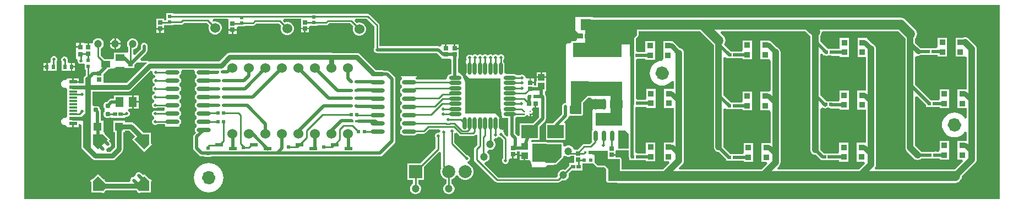
<source format=gtl>
G04*
G04 #@! TF.GenerationSoftware,Altium Limited,CircuitMaker,2.3.0 (2.3.0.3)*
G04*
G04 Layer_Physical_Order=1*
G04 Layer_Color=25308*
%FSLAX25Y25*%
%MOIN*%
G70*
G04*
G04 #@! TF.SameCoordinates,78E796E0-C901-4EEF-AC21-B33B4F4223E0*
G04*
G04*
G04 #@! TF.FilePolarity,Positive*
G04*
G01*
G75*
%ADD12C,0.02362*%
%ADD13C,0.01000*%
%ADD18C,0.04331*%
%ADD19R,0.02362X0.01968*%
%ADD20R,0.02835X0.02992*%
%ADD21R,0.02200X0.02200*%
%ADD22O,0.02362X0.06693*%
%ADD23R,0.02559X0.02362*%
%ADD24O,0.02362X0.07677*%
%ADD25R,0.02362X0.02756*%
%ADD26R,0.04921X0.01181*%
%ADD27R,0.01968X0.01772*%
%ADD28R,0.04921X0.06102*%
%ADD29R,0.04921X0.01968*%
%ADD30O,0.07677X0.02362*%
%ADD31R,0.02362X0.02756*%
%ADD32R,0.01968X0.02362*%
%ADD33O,0.08661X0.02362*%
%ADD34R,0.09842X0.07874*%
%ADD35R,0.03937X0.03937*%
%ADD36R,0.07087X0.06496*%
%ADD37R,0.02165X0.01968*%
%ADD38R,0.02559X0.02559*%
%ADD39R,0.01772X0.01772*%
%ADD40R,0.06102X0.03543*%
%ADD41R,0.03740X0.03543*%
%ADD42R,0.06693X0.05118*%
%ADD43R,0.06496X0.07087*%
%ADD44R,0.02992X0.02835*%
%ADD45R,0.29528X0.08661*%
%ADD46P,0.05999X4X270.0*%
%ADD47R,0.06000X0.06000*%
%ADD48P,0.05999X4X360.0*%
%ADD49R,0.06000X0.06000*%
%ADD50C,0.00984*%
G04:AMPARAMS|DCode=51|XSize=23.62mil|YSize=29.53mil|CornerRadius=4.72mil|HoleSize=0mil|Usage=FLASHONLY|Rotation=90.000|XOffset=0mil|YOffset=0mil|HoleType=Round|Shape=RoundedRectangle|*
%AMROUNDEDRECTD51*
21,1,0.02362,0.02008,0,0,90.0*
21,1,0.01417,0.02953,0,0,90.0*
1,1,0.00945,0.01004,0.00709*
1,1,0.00945,0.01004,-0.00709*
1,1,0.00945,-0.01004,-0.00709*
1,1,0.00945,-0.01004,0.00709*
%
%ADD51ROUNDEDRECTD51*%
%ADD52R,0.05000X0.05000*%
%ADD53R,0.05512X0.03937*%
%ADD54R,0.04921X0.02362*%
%ADD96C,0.04724*%
%ADD97C,0.02000*%
%ADD98C,0.03000*%
%ADD99C,0.06000*%
%ADD100C,0.03937*%
%ADD101C,0.02461*%
%ADD102C,0.02756*%
%ADD103C,0.01949*%
%ADD104R,0.07874X0.07874*%
%ADD105C,0.07874*%
%ADD106C,0.06000*%
%ADD107C,0.14173*%
G04:AMPARAMS|DCode=108|XSize=39.37mil|YSize=86.61mil|CornerRadius=19.68mil|HoleSize=0mil|Usage=FLASHONLY|Rotation=270.000|XOffset=0mil|YOffset=0mil|HoleType=Round|Shape=RoundedRectangle|*
%AMROUNDEDRECTD108*
21,1,0.03937,0.04724,0,0,270.0*
21,1,0.00000,0.08661,0,0,270.0*
1,1,0.03937,-0.02362,0.00000*
1,1,0.03937,-0.02362,0.00000*
1,1,0.03937,0.02362,0.00000*
1,1,0.03937,0.02362,0.00000*
%
%ADD108ROUNDEDRECTD108*%
G04:AMPARAMS|DCode=109|XSize=39.37mil|YSize=78.74mil|CornerRadius=19.68mil|HoleSize=0mil|Usage=FLASHONLY|Rotation=270.000|XOffset=0mil|YOffset=0mil|HoleType=Round|Shape=RoundedRectangle|*
%AMROUNDEDRECTD109*
21,1,0.03937,0.03937,0,0,270.0*
21,1,0.00000,0.07874,0,0,270.0*
1,1,0.03937,-0.01968,0.00000*
1,1,0.03937,-0.01968,0.00000*
1,1,0.03937,0.01968,0.00000*
1,1,0.03937,0.01968,0.00000*
%
%ADD109ROUNDEDRECTD109*%
%ADD110C,0.07000*%
%ADD111C,0.02362*%
G36*
X590658Y49D02*
X158Y49D01*
X158Y118249D01*
X590658Y118249D01*
X590658Y49D01*
X590658Y49D02*
G37*
%LPC*%
G36*
X90370Y113126D02*
X86008Y113126D01*
X86008Y108901D01*
X84799Y108901D01*
X84799Y109868D01*
X79965Y109868D01*
X79965Y104876D01*
X79980Y104876D01*
X79980Y104085D01*
X84784Y104085D01*
X84784Y104876D01*
X84799Y104876D01*
X84799Y105843D01*
X86008Y105843D01*
X86008Y105654D01*
X90370Y105654D01*
X90370Y106108D01*
X95126Y106108D01*
X95711Y106225D01*
X96208Y106556D01*
X96798Y107147D01*
X110495Y107147D01*
X111908Y105733D01*
X111901Y105720D01*
X111628Y104703D01*
X111628Y103649D01*
X111901Y102632D01*
X112427Y101720D01*
X113172Y100975D01*
X114084Y100449D01*
X115102Y100176D01*
X116155Y100176D01*
X117172Y100449D01*
X118084Y100975D01*
X118829Y101720D01*
X119356Y102632D01*
X119628Y103649D01*
X119628Y104703D01*
X119356Y105720D01*
X118829Y106632D01*
X118084Y107377D01*
X117172Y107903D01*
X116155Y108176D01*
X115102Y108176D01*
X114477Y108009D01*
X114071Y108431D01*
X114575Y109612D01*
X122736Y109612D01*
X123774Y109265D01*
X123774Y104273D01*
X123789Y104273D01*
X123789Y103482D01*
X128593Y103482D01*
X128593Y104273D01*
X128608Y104273D01*
X128608Y104286D01*
X129472Y105051D01*
X133835Y105051D01*
X133835Y105506D01*
X138665Y105506D01*
X139250Y105622D01*
X139746Y105954D01*
X140526Y106733D01*
X154223Y106733D01*
X155636Y105320D01*
X155629Y105306D01*
X155356Y104289D01*
X155356Y103236D01*
X155629Y102219D01*
X156156Y101306D01*
X156900Y100562D01*
X157812Y100035D01*
X158830Y99763D01*
X159883Y99763D01*
X160900Y100035D01*
X161812Y100562D01*
X162557Y101306D01*
X163084Y102219D01*
X163356Y103236D01*
X163356Y104289D01*
X163084Y105306D01*
X162557Y106219D01*
X161812Y106963D01*
X160900Y107490D01*
X159883Y107763D01*
X158830Y107763D01*
X157812Y107490D01*
X157799Y107483D01*
X156801Y108481D01*
X157290Y109662D01*
X167601Y109662D01*
X167601Y105048D01*
X167617Y105048D01*
X167617Y104257D01*
X172420Y104257D01*
X172420Y104465D01*
X173222Y105314D01*
X177584Y105314D01*
X177584Y105769D01*
X182842Y105769D01*
X183428Y105885D01*
X183924Y106217D01*
X184672Y106965D01*
X197279Y106965D01*
X199238Y105006D01*
X199230Y104993D01*
X198958Y103976D01*
X198958Y102923D01*
X199230Y101905D01*
X199757Y100993D01*
X200501Y100248D01*
X201413Y99722D01*
X202431Y99449D01*
X203484Y99449D01*
X204501Y99722D01*
X205414Y100248D01*
X206158Y100993D01*
X206685Y101905D01*
X206958Y102923D01*
X206958Y103976D01*
X206685Y104993D01*
X206158Y105905D01*
X205414Y106650D01*
X204501Y107177D01*
X203484Y107449D01*
X202431Y107449D01*
X201413Y107177D01*
X201400Y107169D01*
X200158Y108412D01*
X200647Y109593D01*
X207506Y109593D01*
X212073Y105026D01*
X212073Y92216D01*
X211976Y92071D01*
X211929Y92024D01*
X211903Y91962D01*
X211718Y91686D01*
X211654Y91360D01*
X211628Y91298D01*
X211628Y91231D01*
X211563Y90905D01*
X211628Y90580D01*
X211628Y90513D01*
X211654Y90451D01*
X211718Y90125D01*
X211903Y89849D01*
X211929Y89787D01*
X211976Y89740D01*
X212160Y89464D01*
X212437Y89279D01*
X212484Y89232D01*
X212546Y89206D01*
X212822Y89022D01*
X213148Y88957D01*
X213210Y88931D01*
X213277Y88931D01*
X213602Y88866D01*
X249931Y88866D01*
X252270Y86528D01*
X252840Y86146D01*
X252840Y85474D01*
X257675Y85474D01*
X258618Y84900D01*
X258618Y75971D01*
X258300Y75971D01*
X257449Y75801D01*
X256728Y75319D01*
X256245Y74598D01*
X256076Y73747D01*
X255134Y72595D01*
X237719Y72595D01*
X237680Y72654D01*
X237259Y72934D01*
X237195Y73167D01*
X237193Y74000D01*
X237259Y74247D01*
X237668Y74520D01*
X237861Y74809D01*
X228054Y74809D01*
X228247Y74520D01*
X228656Y74247D01*
X228723Y74000D01*
X228720Y73167D01*
X228656Y72934D01*
X228235Y72654D01*
X227753Y71932D01*
X227584Y71081D01*
X227753Y70230D01*
X228235Y69509D01*
X228642Y69237D01*
X228701Y69029D01*
X228701Y68134D01*
X228642Y67925D01*
X228235Y67654D01*
X227753Y66932D01*
X227584Y66081D01*
X227753Y65230D01*
X228235Y64509D01*
X228642Y64237D01*
X228701Y64029D01*
X228701Y63134D01*
X228642Y62925D01*
X228235Y62654D01*
X227753Y61932D01*
X227584Y61081D01*
X227753Y60230D01*
X228235Y59509D01*
X228642Y59237D01*
X228701Y59029D01*
X228701Y58134D01*
X228642Y57925D01*
X228235Y57654D01*
X227753Y56932D01*
X227584Y56081D01*
X227753Y55230D01*
X228235Y54509D01*
X228642Y54237D01*
X228701Y54029D01*
X228701Y53134D01*
X228642Y52925D01*
X228235Y52654D01*
X227753Y51932D01*
X227584Y51081D01*
X227753Y50230D01*
X228235Y49509D01*
X228642Y49237D01*
X228701Y49029D01*
X228701Y48134D01*
X228642Y47925D01*
X228235Y47654D01*
X227753Y46932D01*
X227584Y46081D01*
X227753Y45230D01*
X228235Y44509D01*
X228642Y44237D01*
X228701Y44029D01*
X228701Y43134D01*
X228642Y42925D01*
X228235Y42654D01*
X227753Y41932D01*
X227584Y41081D01*
X227753Y40230D01*
X228235Y39509D01*
X228957Y39026D01*
X229808Y38857D01*
X236107Y38857D01*
X236958Y39026D01*
X237680Y39509D01*
X237888Y39820D01*
X241958Y39820D01*
X242543Y39936D01*
X243039Y40268D01*
X245356Y42585D01*
X251251Y42585D01*
X251977Y41404D01*
X251933Y41298D01*
X251078Y40455D01*
X250842Y40439D01*
X250277Y40439D01*
X249551Y40138D01*
X248995Y39583D01*
X248695Y38857D01*
X248695Y38072D01*
X248995Y37346D01*
X249140Y37202D01*
X249140Y31031D01*
X239826Y21717D01*
X232115Y21717D01*
X232115Y11843D01*
X235523Y11843D01*
X235523Y9568D01*
X234860Y9185D01*
X234234Y8559D01*
X233791Y7792D01*
X233562Y6937D01*
X233562Y6052D01*
X233791Y5197D01*
X234234Y4430D01*
X234860Y3804D01*
X235626Y3361D01*
X236481Y3132D01*
X237367Y3132D01*
X238222Y3361D01*
X238988Y3804D01*
X239614Y4430D01*
X240057Y5197D01*
X240286Y6052D01*
X240286Y6937D01*
X240057Y7792D01*
X239614Y8559D01*
X238988Y9185D01*
X238581Y9420D01*
X238581Y11843D01*
X241989Y11843D01*
X241989Y19554D01*
X251211Y28776D01*
X252392Y28287D01*
X252402Y19899D01*
X252460Y19609D01*
X252518Y19316D01*
X252519Y19315D01*
X252519Y19314D01*
X252677Y19077D01*
X252451Y18686D01*
X252115Y17430D01*
X252115Y16130D01*
X252451Y14874D01*
X253101Y13748D01*
X254021Y12829D01*
X255146Y12179D01*
X255670Y12039D01*
X255670Y9395D01*
X255135Y9087D01*
X254509Y8461D01*
X254066Y7694D01*
X253837Y6839D01*
X253837Y5953D01*
X254066Y5098D01*
X254509Y4332D01*
X255135Y3706D01*
X255902Y3263D01*
X256757Y3034D01*
X257642Y3034D01*
X258497Y3263D01*
X259264Y3706D01*
X259890Y4332D01*
X260333Y5098D01*
X260562Y5953D01*
X260562Y6839D01*
X260333Y7694D01*
X259890Y8461D01*
X259264Y9087D01*
X258729Y9395D01*
X258729Y12118D01*
X258958Y12179D01*
X260083Y12829D01*
X261003Y13748D01*
X261405Y14446D01*
X261413Y14449D01*
X262691Y14449D01*
X262699Y14446D01*
X263101Y13748D01*
X264021Y12829D01*
X265146Y12179D01*
X266402Y11843D01*
X267702Y11843D01*
X268958Y12179D01*
X270083Y12829D01*
X271003Y13748D01*
X271653Y14874D01*
X271989Y16130D01*
X271989Y17430D01*
X271653Y18686D01*
X271003Y19811D01*
X270083Y20730D01*
X268958Y21381D01*
X268618Y21471D01*
X268425Y22634D01*
X268461Y22736D01*
X269122Y23010D01*
X269677Y23565D01*
X269978Y24291D01*
X269978Y25076D01*
X269677Y25802D01*
X269122Y26358D01*
X268396Y26658D01*
X268192Y26658D01*
X260447Y34403D01*
X260447Y40017D01*
X260591Y40161D01*
X261917Y40276D01*
X263311Y38882D01*
X263807Y38550D01*
X264392Y38434D01*
X271622Y38434D01*
X272207Y38550D01*
X272704Y38882D01*
X273306Y39484D01*
X274487Y38995D01*
X274487Y33131D01*
X272876Y31520D01*
X272545Y31024D01*
X272428Y30439D01*
X272428Y23949D01*
X272545Y23364D01*
X272876Y22868D01*
X285147Y10597D01*
X285643Y10265D01*
X286228Y10149D01*
X323487Y10149D01*
X324072Y10265D01*
X324568Y10597D01*
X325418Y11447D01*
X326015Y11287D01*
X326900Y11287D01*
X327755Y11516D01*
X328522Y11959D01*
X329148Y12585D01*
X329591Y13351D01*
X329820Y14207D01*
X329820Y15092D01*
X329660Y15689D01*
X331539Y17568D01*
X337910Y17568D01*
X337910Y21765D01*
X341057Y21765D01*
X341057Y21749D01*
X344732Y21749D01*
X346759Y19722D01*
X347090Y19501D01*
X347480Y19423D01*
X351280Y19423D01*
X352475Y18228D01*
X352360Y17950D01*
X352364Y11235D01*
X352496Y11161D01*
X352906Y10584D01*
X352990Y10459D01*
X353128Y10253D01*
X353458Y10032D01*
X353848Y9955D01*
X359221Y9955D01*
X359469Y9922D01*
X563665Y9922D01*
X564709Y10060D01*
X565682Y10463D01*
X566518Y11104D01*
X567159Y11939D01*
X567562Y12912D01*
X567669Y13727D01*
X575875Y21932D01*
X576350Y22552D01*
X576650Y23274D01*
X576752Y24049D01*
X576752Y28949D01*
X576752Y60149D01*
X576752Y91449D01*
X576650Y92224D01*
X576350Y92946D01*
X575875Y93566D01*
X571822Y97619D01*
X571202Y98095D01*
X570480Y98394D01*
X569705Y98496D01*
X568930Y98394D01*
X568398Y98174D01*
X563901Y98174D01*
X563901Y93449D01*
X563901Y92630D01*
X563901Y92630D01*
X563901Y92268D01*
X563901Y92268D01*
X563901Y86725D01*
X569641Y86725D01*
X569641Y86725D01*
X570763Y86583D01*
X570763Y66874D01*
X565101Y66874D01*
X565101Y62149D01*
X565101Y61330D01*
X565101Y61330D01*
X565101Y60968D01*
X565101Y60968D01*
X565101Y55425D01*
X570763Y55425D01*
X570763Y49538D01*
X569582Y49242D01*
X569521Y49357D01*
X568584Y50498D01*
X567443Y51435D01*
X566141Y52131D01*
X564728Y52560D01*
X563258Y52704D01*
X561789Y52560D01*
X560376Y52131D01*
X559073Y51435D01*
X557932Y50498D01*
X556995Y49357D01*
X556299Y48055D01*
X555871Y46641D01*
X555726Y45172D01*
X555871Y43703D01*
X556299Y42290D01*
X556995Y40987D01*
X557932Y39846D01*
X559073Y38909D01*
X560376Y38213D01*
X561789Y37784D01*
X563258Y37640D01*
X564728Y37784D01*
X566141Y38213D01*
X567443Y38909D01*
X568584Y39846D01*
X569521Y40987D01*
X569582Y41102D01*
X570763Y40806D01*
X570763Y35474D01*
X565101Y35474D01*
X565101Y30749D01*
X565101Y29930D01*
X565101Y29930D01*
X565101Y29568D01*
X565101Y29568D01*
X565101Y24025D01*
X567956Y24025D01*
X568408Y22934D01*
X563465Y17991D01*
X515377Y17991D01*
X515071Y18729D01*
X515005Y19172D01*
X515450Y19752D01*
X515574Y20051D01*
X515750Y20474D01*
X515852Y21249D01*
X515852Y27549D01*
X515852Y59349D01*
X515852Y91449D01*
X515750Y92224D01*
X515450Y92946D01*
X514975Y93566D01*
X514355Y94042D01*
X513632Y94341D01*
X513561Y94351D01*
X510907Y97004D01*
X510341Y97383D01*
X510341Y97974D01*
X504601Y97974D01*
X504601Y93249D01*
X504601Y92430D01*
X504601Y92430D01*
X504601Y92068D01*
X504601Y92068D01*
X504601Y86525D01*
X509863Y86525D01*
X509863Y65974D01*
X504401Y65974D01*
X504401Y61249D01*
X504401Y60430D01*
X504401Y60430D01*
X504401Y60068D01*
X504401Y60068D01*
X504401Y54525D01*
X509863Y54525D01*
X509863Y34321D01*
X504214Y34321D01*
X504214Y29596D01*
X504214Y28778D01*
X504214Y28778D01*
X504214Y28415D01*
X504214Y28415D01*
X504214Y22872D01*
X508576Y22872D01*
X509065Y21691D01*
X505365Y17991D01*
X456377Y17991D01*
X455925Y19082D01*
X457075Y20232D01*
X457550Y20852D01*
X457850Y21574D01*
X457952Y22349D01*
X457952Y27349D01*
X457952Y58449D01*
X457952Y89449D01*
X457850Y90224D01*
X457550Y90946D01*
X457075Y91566D01*
X456455Y92042D01*
X455732Y92341D01*
X455661Y92351D01*
X452607Y95404D01*
X451780Y95957D01*
X451541Y96004D01*
X451541Y96374D01*
X445801Y96374D01*
X445801Y91649D01*
X445801Y90830D01*
X445801Y90830D01*
X445801Y90468D01*
X445801Y90468D01*
X445801Y84925D01*
X451541Y84925D01*
X451963Y83919D01*
X451963Y66380D01*
X451541Y65374D01*
X445801Y65374D01*
X445801Y60649D01*
X445801Y59830D01*
X445801Y59830D01*
X445801Y59468D01*
X445801Y59468D01*
X445801Y53925D01*
X451541Y53925D01*
X451963Y52919D01*
X451963Y34121D01*
X446414Y34121D01*
X446414Y29396D01*
X446414Y28578D01*
X446414Y28578D01*
X446414Y28215D01*
X446414Y28215D01*
X446414Y22672D01*
X449503Y22672D01*
X449955Y21581D01*
X446365Y17991D01*
X396877Y17991D01*
X396425Y19082D01*
X398575Y21232D01*
X399050Y21852D01*
X399350Y22574D01*
X399452Y23349D01*
X399452Y27449D01*
X399452Y59749D01*
X399452Y88849D01*
X399350Y89624D01*
X399050Y90346D01*
X398575Y90966D01*
X397955Y91442D01*
X397232Y91741D01*
X397161Y91751D01*
X393807Y95104D01*
X392980Y95657D01*
X392741Y95705D01*
X392741Y96074D01*
X387001Y96074D01*
X387001Y91349D01*
X387001Y90530D01*
X387001Y90530D01*
X387001Y90168D01*
X387001Y90168D01*
X387001Y85262D01*
X386441Y84329D01*
X386032Y84112D01*
X384860Y83997D01*
X383447Y83568D01*
X382144Y82872D01*
X381003Y81935D01*
X380066Y80794D01*
X379370Y79492D01*
X378941Y78079D01*
X378797Y76609D01*
X378941Y75140D01*
X379370Y73726D01*
X380066Y72424D01*
X381003Y71283D01*
X382144Y70346D01*
X383447Y69650D01*
X384860Y69222D01*
X386329Y69077D01*
X387799Y69222D01*
X389212Y69650D01*
X390514Y70346D01*
X391655Y71283D01*
X392282Y72047D01*
X393463Y71624D01*
X393463Y68063D01*
X393241Y66974D01*
X387501Y66974D01*
X387501Y62249D01*
X387501Y61430D01*
X387501Y61430D01*
X387501Y61068D01*
X387501Y61068D01*
X387501Y55525D01*
X393241Y55525D01*
X393463Y54436D01*
X393463Y35380D01*
X393041Y34374D01*
X387301Y34374D01*
X387301Y29649D01*
X387301Y28830D01*
X387301Y28830D01*
X387301Y28468D01*
X387301Y28468D01*
X387301Y22925D01*
X390256Y22925D01*
X390708Y21834D01*
X386865Y17991D01*
X361600Y17991D01*
X361600Y24508D01*
X361523Y24898D01*
X361302Y25229D01*
X360971Y25450D01*
X360581Y25528D01*
X358159Y25528D01*
X358159Y26557D01*
X355757Y26557D01*
X355757Y27541D01*
X358159Y27541D01*
X358159Y28333D01*
X358175Y28333D01*
X358175Y29382D01*
X358184Y29392D01*
X359282Y29937D01*
X359356Y29933D01*
X359688Y29867D01*
X365938Y29867D01*
X366118Y29719D01*
X366118Y25749D01*
X366273Y24969D01*
X366275Y24967D01*
X366275Y23712D01*
X368146Y23712D01*
X368158Y23710D01*
X368168Y23712D01*
X371034Y23712D01*
X371310Y23657D01*
X376474Y23657D01*
X376474Y22925D01*
X382214Y22925D01*
X382214Y27649D01*
X382214Y28468D01*
X382214Y29649D01*
X382214Y34374D01*
X376474Y34374D01*
X376474Y29649D01*
X376474Y28830D01*
X376265Y27736D01*
X371310Y27736D01*
X370197Y28433D01*
X370197Y55816D01*
X371378Y56279D01*
X371487Y56257D01*
X376674Y56257D01*
X376674Y55525D01*
X382414Y55525D01*
X382414Y60249D01*
X382414Y61068D01*
X382414Y62249D01*
X382414Y66974D01*
X376674Y66974D01*
X376674Y62249D01*
X376674Y61430D01*
X376465Y60336D01*
X371487Y60336D01*
X370355Y61022D01*
X370355Y84736D01*
X371381Y85357D01*
X376174Y85357D01*
X376174Y84625D01*
X381914Y84625D01*
X381914Y89349D01*
X381914Y90168D01*
X381914Y91349D01*
X381914Y96074D01*
X376174Y96074D01*
X376174Y91349D01*
X376174Y90530D01*
X375965Y89436D01*
X371381Y89436D01*
X370506Y90404D01*
X370506Y97924D01*
X371703Y99219D01*
X371797Y99372D01*
X371897Y99521D01*
X371901Y99541D01*
X371911Y99558D01*
X371939Y99735D01*
X371974Y99911D01*
X371974Y102215D01*
X409186Y102215D01*
X417563Y93838D01*
X417563Y63249D01*
X417563Y31773D01*
X417665Y30998D01*
X417965Y30276D01*
X418440Y29656D01*
X419060Y29180D01*
X419782Y28881D01*
X420557Y28779D01*
X420655Y28791D01*
X424928Y24519D01*
X424928Y23460D01*
X426633Y23460D01*
X426881Y23410D01*
X427130Y23460D01*
X429687Y23460D01*
X429963Y23404D01*
X435587Y23404D01*
X435587Y22672D01*
X441328Y22672D01*
X441328Y27396D01*
X441328Y28215D01*
X441328Y29397D01*
X441328Y34121D01*
X435587Y34121D01*
X435587Y29397D01*
X435587Y28578D01*
X435379Y27483D01*
X429963Y27483D01*
X429687Y27428D01*
X427786Y27428D01*
X423539Y31675D01*
X423552Y31773D01*
X423552Y54670D01*
X424733Y55301D01*
X424975Y55139D01*
X424975Y54765D01*
X426781Y54765D01*
X427058Y54710D01*
X427334Y54765D01*
X429645Y54765D01*
X430187Y54657D01*
X434974Y54657D01*
X434974Y53925D01*
X440714Y53925D01*
X440714Y58649D01*
X440714Y59468D01*
X440714Y60649D01*
X440714Y65374D01*
X434974Y65374D01*
X434974Y60649D01*
X434974Y59830D01*
X434765Y58736D01*
X430187Y58736D01*
X430176Y58733D01*
X427957Y58733D01*
X423552Y63139D01*
X423552Y85972D01*
X424733Y86561D01*
X425151Y86245D01*
X425151Y85712D01*
X427046Y85712D01*
X427058Y85710D01*
X427068Y85712D01*
X429911Y85712D01*
X430187Y85657D01*
X434974Y85657D01*
X434974Y84925D01*
X440714Y84925D01*
X440714Y89649D01*
X440714Y90468D01*
X440714Y91649D01*
X440714Y96374D01*
X434974Y96374D01*
X434974Y91649D01*
X434974Y90830D01*
X434765Y89736D01*
X430187Y89736D01*
X429911Y89681D01*
X428010Y89681D01*
X423664Y94027D01*
X424052Y94532D01*
X424454Y95505D01*
X424592Y96549D01*
X424454Y97593D01*
X424052Y98567D01*
X423410Y99402D01*
X421689Y101123D01*
X422141Y102215D01*
X472686Y102215D01*
X475963Y98938D01*
X475963Y96073D01*
X475963Y63373D01*
X475963Y30149D01*
X476065Y29374D01*
X476365Y28652D01*
X476840Y28032D01*
X477460Y27556D01*
X478183Y27257D01*
X478958Y27155D01*
X479055Y27168D01*
X481916Y24307D01*
X482498Y23918D01*
X482498Y23765D01*
X483357Y23710D01*
X483634Y23765D01*
X483679Y23765D01*
X487051Y23765D01*
X487059Y23760D01*
X487839Y23605D01*
X493387Y23605D01*
X493387Y22872D01*
X499128Y22872D01*
X499128Y27596D01*
X499128Y28415D01*
X499128Y29596D01*
X499128Y34321D01*
X493387Y34321D01*
X493387Y29596D01*
X493387Y28778D01*
X493179Y27683D01*
X489616Y27683D01*
X489616Y27733D01*
X484257Y27733D01*
X481939Y30052D01*
X481952Y30149D01*
X481952Y54861D01*
X483133Y55689D01*
X483346Y55612D01*
X483346Y55612D01*
X483972Y55450D01*
X484301Y55365D01*
X484415Y55343D01*
X485081Y55210D01*
X485861Y55365D01*
X486231Y55612D01*
X487402Y55612D01*
X487701Y55413D01*
X488481Y55257D01*
X493574Y55257D01*
X493574Y54525D01*
X499314Y54525D01*
X499314Y59249D01*
X499314Y60068D01*
X499314Y61249D01*
X499314Y65974D01*
X493574Y65974D01*
X493574Y61249D01*
X493574Y60430D01*
X493365Y59336D01*
X490464Y59336D01*
X490464Y59581D01*
X485633Y59581D01*
X481952Y63262D01*
X481952Y88230D01*
X483097Y88738D01*
X483722Y88240D01*
X483722Y87565D01*
X484702Y87565D01*
X485001Y87365D01*
X485781Y87210D01*
X486561Y87365D01*
X486860Y87565D01*
X488002Y87565D01*
X488230Y87413D01*
X489010Y87257D01*
X493774Y87257D01*
X493774Y86525D01*
X499514Y86525D01*
X499514Y91249D01*
X499514Y92068D01*
X499514Y93249D01*
X499514Y97974D01*
X493774Y97974D01*
X493774Y93249D01*
X493774Y92430D01*
X493565Y91336D01*
X490840Y91336D01*
X490840Y91533D01*
X486381Y91533D01*
X481952Y95963D01*
X481952Y98980D01*
X482451Y99632D01*
X482855Y100605D01*
X482992Y101649D01*
X483488Y102215D01*
X529186Y102215D01*
X533563Y97838D01*
X533563Y94319D01*
X533563Y69649D01*
X533563Y31280D01*
X533665Y30505D01*
X533964Y29783D01*
X534440Y29162D01*
X538871Y24732D01*
X539491Y24256D01*
X540213Y23957D01*
X540988Y23855D01*
X541763Y23957D01*
X542485Y24256D01*
X543105Y24732D01*
X543165Y24810D01*
X548481Y24810D01*
X548757Y24865D01*
X551388Y24865D01*
X551422Y24858D01*
X554274Y24807D01*
X554274Y24025D01*
X560014Y24025D01*
X560014Y28749D01*
X560014Y29568D01*
X560014Y30749D01*
X560014Y35474D01*
X554274Y35474D01*
X554274Y30749D01*
X554274Y30068D01*
X554067Y29365D01*
X553592Y28898D01*
X551493Y28935D01*
X550930Y28833D01*
X548757Y28833D01*
X548481Y28888D01*
X543165Y28888D01*
X543105Y28966D01*
X539552Y32520D01*
X539552Y62228D01*
X540643Y62680D01*
X545975Y57348D01*
X545975Y56165D01*
X547781Y56165D01*
X548058Y56110D01*
X548334Y56165D01*
X550972Y56165D01*
X551010Y56157D01*
X554274Y56157D01*
X554274Y55425D01*
X560014Y55425D01*
X560014Y60149D01*
X560014Y60968D01*
X560014Y62149D01*
X560014Y66874D01*
X554274Y66874D01*
X554274Y62149D01*
X554274Y61330D01*
X554065Y60236D01*
X551010Y60236D01*
X550496Y60133D01*
X548957Y60133D01*
X539552Y69539D01*
X539552Y86450D01*
X540733Y87199D01*
X541228Y87100D01*
X542203Y87294D01*
X542676Y87610D01*
X547458Y87610D01*
X547734Y87665D01*
X550134Y87665D01*
X550410Y87610D01*
X553074Y87610D01*
X553074Y86725D01*
X558814Y86725D01*
X558814Y91449D01*
X558814Y92268D01*
X558814Y93449D01*
X558814Y98174D01*
X553074Y98174D01*
X553074Y93449D01*
X553074Y92630D01*
X552497Y91688D01*
X550410Y91688D01*
X550134Y91633D01*
X547734Y91633D01*
X547458Y91688D01*
X542793Y91688D01*
X539552Y94930D01*
X539552Y97881D01*
X540052Y98532D01*
X540454Y99505D01*
X540592Y100549D01*
X540454Y101593D01*
X540052Y102567D01*
X539410Y103402D01*
X533710Y109102D01*
X532875Y109743D01*
X531902Y110146D01*
X530858Y110284D01*
X530857Y110284D01*
X474358Y110284D01*
X474358Y110284D01*
X474357Y110284D01*
X410858Y110284D01*
X410857Y110284D01*
X410857Y110284D01*
X344428Y110284D01*
X344428Y110693D01*
X335942Y110693D01*
X335932Y110693D01*
X335932Y110693D01*
X334767Y110677D01*
X334767Y110677D01*
X333792Y110677D01*
X333792Y102429D01*
X334600Y101622D01*
X334620Y101622D01*
X334620Y101601D01*
X335556Y100665D01*
X338174Y100665D01*
X338174Y97791D01*
X334620Y97791D01*
X334620Y96832D01*
X333705Y96191D01*
X331294Y96191D01*
X331294Y95780D01*
X330512Y94807D01*
X329016Y94807D01*
X328626Y94729D01*
X328295Y94508D01*
X328074Y94177D01*
X327996Y93787D01*
X327996Y58658D01*
X327835Y58525D01*
X327509Y58461D01*
X327442Y58461D01*
X327380Y58435D01*
X327054Y58370D01*
X326778Y58186D01*
X326716Y58160D01*
X326669Y58113D01*
X326393Y57928D01*
X326208Y57652D01*
X326161Y57605D01*
X326135Y57543D01*
X325951Y57267D01*
X325886Y56941D01*
X325860Y56879D01*
X325860Y56812D01*
X325796Y56486D01*
X325796Y51672D01*
X320477Y46353D01*
X320285Y46067D01*
X315934Y46067D01*
X315934Y36193D01*
X327776Y36193D01*
X327776Y46067D01*
X327501Y46067D01*
X327049Y47158D01*
X329277Y49386D01*
X329719Y50047D01*
X329772Y50313D01*
X330972Y50818D01*
X337060Y50801D01*
X337331Y50800D01*
X337333Y50801D01*
X337334Y50800D01*
X338204Y50890D01*
X338354Y51817D01*
X338354Y51819D01*
X338354Y51820D01*
X338354Y58802D01*
X341459Y61908D01*
X343197Y61908D01*
X343848Y60921D01*
X343865Y60817D01*
X351978Y60817D01*
X351978Y54890D01*
X351702Y54657D01*
X344569Y54727D01*
X344222Y54341D01*
X344260Y54284D01*
X344230Y54264D01*
X344009Y53934D01*
X343931Y53543D01*
X343931Y43197D01*
X344009Y42806D01*
X344230Y42476D01*
X344236Y42471D01*
X344370Y42274D01*
X343888Y41553D01*
X343719Y40702D01*
X343719Y36371D01*
X343888Y35520D01*
X344079Y35234D01*
X342424Y33579D01*
X339121Y33579D01*
X338535Y33462D01*
X338039Y33131D01*
X335106Y30197D01*
X333178Y30197D01*
X332397Y31055D01*
X332248Y31314D01*
X331622Y31940D01*
X330855Y32382D01*
X330000Y32611D01*
X329115Y32611D01*
X328260Y32382D01*
X327493Y31940D01*
X326344Y32461D01*
X326344Y33546D01*
X326307Y33736D01*
X326271Y33926D01*
X326268Y33931D01*
X326267Y33936D01*
X326159Y34097D01*
X326053Y34259D01*
X326049Y34262D01*
X326046Y34267D01*
X325885Y34374D01*
X325725Y34484D01*
X325719Y34485D01*
X325715Y34488D01*
X325525Y34526D01*
X325336Y34565D01*
X307757Y34750D01*
X307751Y34749D01*
X307746Y34750D01*
X307556Y34713D01*
X307393Y34682D01*
X307160Y34909D01*
X306960Y35152D01*
X307437Y36193D01*
X312028Y36193D01*
X312028Y44168D01*
X315346Y47486D01*
X315788Y48147D01*
X315944Y48927D01*
X315944Y48927D01*
X315944Y62210D01*
X315788Y62991D01*
X315346Y63652D01*
X315230Y63768D01*
X315230Y65655D01*
X316160Y65655D01*
X316160Y71592D01*
X316144Y71592D01*
X316144Y73643D01*
X313191Y73643D01*
X310239Y73643D01*
X310239Y71592D01*
X310223Y71592D01*
X310223Y69173D01*
X308809Y69173D01*
X308809Y69630D01*
X308793Y69630D01*
X308793Y70421D01*
X306391Y70421D01*
X306391Y70913D01*
X305899Y70913D01*
X305899Y73393D01*
X304557Y73393D01*
X303978Y73413D01*
X303416Y74337D01*
X303165Y74942D01*
X302610Y75497D01*
X301884Y75798D01*
X301099Y75798D01*
X300373Y75497D01*
X300229Y75353D01*
X298405Y75353D01*
X297734Y75801D01*
X296883Y75971D01*
X291898Y75971D01*
X291271Y76402D01*
X290839Y77030D01*
X290839Y82015D01*
X290669Y82866D01*
X290187Y83587D01*
X290144Y83616D01*
X290144Y84875D01*
X290310Y85041D01*
X290611Y85767D01*
X290611Y86553D01*
X290310Y87278D01*
X289755Y87834D01*
X289029Y88134D01*
X288244Y88134D01*
X287518Y87834D01*
X287008Y87323D01*
X286546Y87784D01*
X285821Y88085D01*
X285035Y88085D01*
X284310Y87784D01*
X283878Y87353D01*
X283426Y87804D01*
X282701Y88105D01*
X281915Y88105D01*
X281189Y87804D01*
X280763Y87377D01*
X280227Y87912D01*
X279502Y88213D01*
X278716Y88213D01*
X277991Y87912D01*
X277549Y87471D01*
X277186Y87834D01*
X276461Y88134D01*
X275675Y88134D01*
X274949Y87834D01*
X274457Y87342D01*
X274076Y87723D01*
X273350Y88024D01*
X272565Y88024D01*
X271839Y87723D01*
X271357Y87241D01*
X270976Y87623D01*
X270250Y87924D01*
X269465Y87924D01*
X268739Y87623D01*
X268184Y87068D01*
X267883Y86342D01*
X267883Y85557D01*
X268110Y85009D01*
X267657Y84371D01*
X267621Y84340D01*
X267441Y84251D01*
X267312Y75694D01*
X269851Y73349D01*
X288430Y73375D01*
X288400Y73346D01*
X288400Y55148D01*
X288615Y54441D01*
X289541Y49523D01*
X291726Y49369D01*
X291882Y49476D01*
X293221Y49476D01*
X293221Y39172D01*
X293318Y38688D01*
X292306Y38029D01*
X290562Y39773D01*
X290562Y39978D01*
X290261Y40703D01*
X290176Y41871D01*
X290346Y42125D01*
X287894Y42328D01*
X287894Y49396D01*
X285281Y52135D01*
X267219Y52135D01*
X267111Y52027D01*
X267003Y52135D01*
X267003Y71004D01*
X266925Y70944D01*
X265531Y75136D01*
X263257Y76616D01*
X263229Y76709D01*
X262697Y76989D01*
X262697Y85463D01*
X263075Y85463D01*
X263075Y90456D01*
X263059Y90456D01*
X263059Y91247D01*
X260658Y91247D01*
X260658Y91739D01*
X260165Y91739D01*
X260165Y94219D01*
X258256Y94219D01*
X258256Y94219D01*
X257659Y94230D01*
X257659Y94230D01*
X257079Y94230D01*
X255750Y94230D01*
X255750Y91749D01*
X254765Y91749D01*
X254765Y94230D01*
X252856Y94230D01*
X252856Y93341D01*
X251675Y92710D01*
X251556Y92790D01*
X250776Y92945D01*
X215132Y92945D01*
X215132Y105659D01*
X215015Y106245D01*
X214684Y106741D01*
X209221Y112204D01*
X208725Y112535D01*
X208140Y112651D01*
X177584Y112651D01*
X177584Y112786D01*
X173222Y112786D01*
X173222Y112720D01*
X132305Y112720D01*
X131720Y112604D01*
X131641Y112551D01*
X131636Y112555D01*
X131051Y112671D01*
X90370Y112671D01*
X90370Y113126D01*
X90370Y113126D02*
G37*
G36*
X172420Y103273D02*
X170511Y103273D01*
X170511Y101285D01*
X172420Y101285D01*
X172420Y103273D01*
X172420Y103273D02*
G37*
G36*
X169527Y103273D02*
X167617Y103273D01*
X167617Y101285D01*
X169527Y101285D01*
X169527Y103273D01*
X169527Y103273D02*
G37*
G36*
X84784Y103100D02*
X82874Y103100D01*
X82874Y101112D01*
X84784Y101112D01*
X84784Y103100D01*
X84784Y103100D02*
G37*
G36*
X81890Y103100D02*
X79980Y103100D01*
X79980Y101112D01*
X81890Y101112D01*
X81890Y103100D01*
X81890Y103100D02*
G37*
G36*
X128593Y102498D02*
X126683Y102498D01*
X126683Y100510D01*
X128593Y100510D01*
X128593Y102498D01*
X128593Y102498D02*
G37*
G36*
X125699Y102498D02*
X123789Y102498D01*
X123789Y100510D01*
X125699Y100510D01*
X125699Y102498D01*
X125699Y102498D02*
G37*
G36*
X55718Y97821D02*
X55718Y94980D01*
X58559Y94980D01*
X58345Y95780D01*
X57904Y96543D01*
X57281Y97166D01*
X56518Y97607D01*
X55718Y97821D01*
X55718Y97821D02*
G37*
G36*
X54734Y97821D02*
X53935Y97607D01*
X53172Y97166D01*
X52549Y96543D01*
X52108Y95780D01*
X51894Y94980D01*
X54734Y94980D01*
X54734Y97821D01*
X54734Y97821D02*
G37*
G36*
X45285Y97900D02*
X44400Y97900D01*
X43545Y97671D01*
X42778Y97228D01*
X42152Y96602D01*
X41709Y95835D01*
X41641Y95579D01*
X41121Y94613D01*
X40448Y94613D01*
X39350Y94613D01*
X39350Y92349D01*
X38365Y92349D01*
X38365Y94613D01*
X36594Y94613D01*
X36359Y95029D01*
X34450Y95029D01*
X34450Y92549D01*
X33957Y92549D01*
X33957Y92057D01*
X31556Y92057D01*
X31556Y90645D01*
X31540Y90645D01*
X31540Y85653D01*
X31540Y85653D01*
X32283Y84642D01*
X32283Y83856D01*
X32584Y83131D01*
X33139Y82575D01*
X33865Y82275D01*
X34650Y82275D01*
X35376Y82575D01*
X35495Y82695D01*
X36218Y82525D01*
X36676Y82206D01*
X36676Y78913D01*
X37328Y78913D01*
X37328Y75185D01*
X37225Y75116D01*
X36428Y74319D01*
X36207Y73988D01*
X36129Y73598D01*
X36129Y70349D01*
X33106Y70349D01*
X33106Y70783D01*
X29661Y70783D01*
X29661Y71275D01*
X29169Y71275D01*
X29169Y73440D01*
X26216Y73440D01*
X26216Y73186D01*
X25090Y72374D01*
X24184Y72374D01*
X23346Y72027D01*
X22704Y71385D01*
X22357Y70547D01*
X22357Y69641D01*
X22704Y68803D01*
X23346Y68162D01*
X24184Y67815D01*
X25090Y67815D01*
X26200Y66996D01*
X26200Y62007D01*
X26200Y58070D01*
X26200Y54133D01*
X26200Y50358D01*
X25856Y49992D01*
X25090Y49539D01*
X24184Y49539D01*
X23346Y49192D01*
X22704Y48551D01*
X22357Y47713D01*
X22357Y46806D01*
X22704Y45968D01*
X23346Y45327D01*
X24184Y44980D01*
X25090Y44980D01*
X26216Y44168D01*
X26216Y43913D01*
X29169Y43913D01*
X29169Y46078D01*
X30153Y46078D01*
X30153Y43913D01*
X33106Y43913D01*
X33106Y45775D01*
X33459Y45920D01*
X34632Y45123D01*
X34594Y31760D01*
X34594Y31759D01*
X34594Y31757D01*
X34632Y31564D01*
X34670Y31370D01*
X34671Y31368D01*
X34672Y31367D01*
X34782Y31202D01*
X34890Y31038D01*
X34892Y31037D01*
X34892Y31036D01*
X36827Y29102D01*
X36957Y28906D01*
X41406Y24457D01*
X42233Y23905D01*
X43209Y23711D01*
X53435Y23711D01*
X54410Y23905D01*
X55237Y24457D01*
X55654Y25080D01*
X59307Y28734D01*
X59860Y29561D01*
X60054Y30536D01*
X60054Y40749D01*
X61005Y40749D01*
X61005Y41700D01*
X63682Y41700D01*
X67262Y38120D01*
X65411Y36269D01*
X68686Y32994D01*
X68692Y32964D01*
X68824Y32765D01*
X68824Y32269D01*
X69321Y32269D01*
X69520Y32136D01*
X69549Y32130D01*
X72824Y28855D01*
X75801Y31832D01*
X76801Y32269D01*
X76801Y32269D01*
X76801Y32269D01*
X76824Y32269D01*
X77238Y33269D01*
X77222Y33285D01*
X77222Y33285D01*
X77222Y33285D01*
X76824Y34302D01*
X76824Y40269D01*
X72323Y40269D01*
X66540Y46052D01*
X65714Y46604D01*
X64738Y46798D01*
X61005Y46798D01*
X61005Y47749D01*
X54005Y47749D01*
X54005Y40749D01*
X54956Y40749D01*
X54956Y31592D01*
X52172Y28809D01*
X50378Y28809D01*
X50122Y29067D01*
X49594Y29990D01*
X49594Y29990D01*
X49619Y30052D01*
X49619Y30119D01*
X49648Y30262D01*
X49802Y30560D01*
X50509Y31196D01*
X50667Y31260D01*
X50992Y31325D01*
X51059Y31325D01*
X51121Y31350D01*
X51447Y31415D01*
X51723Y31600D01*
X51785Y31625D01*
X51832Y31673D01*
X52109Y31857D01*
X52293Y32133D01*
X52340Y32181D01*
X52366Y32243D01*
X52551Y32519D01*
X52615Y32844D01*
X52641Y32906D01*
X52641Y32974D01*
X52706Y33299D01*
X52641Y33625D01*
X52641Y33692D01*
X52615Y33754D01*
X52551Y34080D01*
X52366Y34356D01*
X52340Y34418D01*
X52293Y34465D01*
X52109Y34741D01*
X51290Y35560D01*
X51999Y36269D01*
X49022Y39245D01*
X48585Y40245D01*
X48585Y40269D01*
X48585Y40269D01*
X48555Y40293D01*
X48005Y41186D01*
X48005Y41690D01*
X48005Y47749D01*
X46544Y47749D01*
X46544Y53207D01*
X46389Y53988D01*
X45947Y54649D01*
X45868Y54728D01*
X45868Y55058D01*
X45754Y55632D01*
X45428Y56119D01*
X44941Y56445D01*
X44367Y56559D01*
X42359Y56559D01*
X41426Y57518D01*
X41426Y65577D01*
X63034Y65577D01*
X64009Y65771D01*
X64836Y66323D01*
X76752Y78239D01*
X77663Y77711D01*
X77783Y77600D01*
X77783Y76856D01*
X78084Y76131D01*
X78639Y75575D01*
X79119Y75376D01*
X79208Y75340D01*
X79237Y75132D01*
X79237Y75132D01*
X79268Y74911D01*
X79268Y74587D01*
X79208Y74159D01*
X79119Y74122D01*
X78639Y73923D01*
X78084Y73368D01*
X77783Y72642D01*
X77783Y71856D01*
X78084Y71131D01*
X78639Y70575D01*
X79062Y70400D01*
X79108Y70381D01*
X79145Y69620D01*
X79068Y69184D01*
X78439Y68923D01*
X77884Y68368D01*
X77583Y67642D01*
X77583Y66856D01*
X77884Y66131D01*
X78439Y65575D01*
X78984Y65350D01*
X79035Y64184D01*
X78977Y64134D01*
X78770Y64043D01*
X78239Y63823D01*
X77684Y63268D01*
X77383Y62542D01*
X77383Y61756D01*
X77684Y61031D01*
X78239Y60475D01*
X78627Y60315D01*
X78627Y59084D01*
X78239Y58923D01*
X77684Y58368D01*
X77383Y57642D01*
X77383Y56857D01*
X77684Y56131D01*
X78239Y55575D01*
X78965Y55275D01*
X79750Y55275D01*
X80476Y55575D01*
X80520Y55620D01*
X85041Y55620D01*
X85105Y55471D01*
X85201Y54316D01*
X84578Y53679D01*
X80342Y53679D01*
X79750Y53924D01*
X78965Y53924D01*
X78239Y53623D01*
X77684Y53068D01*
X77383Y52342D01*
X77383Y51556D01*
X77684Y50831D01*
X78239Y50275D01*
X78627Y50115D01*
X78627Y48884D01*
X78239Y48723D01*
X77684Y48168D01*
X77383Y47442D01*
X77383Y46657D01*
X77684Y45931D01*
X78239Y45375D01*
X78965Y45075D01*
X79750Y45075D01*
X80476Y45375D01*
X80720Y45620D01*
X85092Y45620D01*
X85467Y45369D01*
X85531Y45137D01*
X85533Y44304D01*
X85477Y44094D01*
X94060Y44094D01*
X94003Y44304D01*
X94006Y45137D01*
X94070Y45369D01*
X94491Y45650D01*
X94973Y46372D01*
X95142Y47223D01*
X94973Y48074D01*
X94491Y48795D01*
X94085Y49067D01*
X94025Y49275D01*
X94025Y50170D01*
X94085Y50379D01*
X94491Y50650D01*
X94973Y51372D01*
X95142Y52223D01*
X94973Y53074D01*
X94491Y53795D01*
X94085Y54067D01*
X94025Y54275D01*
X94025Y55170D01*
X94085Y55379D01*
X94491Y55650D01*
X94973Y56372D01*
X95142Y57223D01*
X94973Y58074D01*
X94491Y58795D01*
X94085Y59067D01*
X94025Y59275D01*
X94025Y60170D01*
X94085Y60379D01*
X94491Y60650D01*
X94973Y61372D01*
X95142Y62223D01*
X94973Y63074D01*
X94491Y63795D01*
X94085Y64067D01*
X94025Y64275D01*
X94025Y65170D01*
X94085Y65379D01*
X94491Y65650D01*
X94973Y66372D01*
X95142Y67223D01*
X94973Y68074D01*
X94491Y68795D01*
X94085Y69067D01*
X94025Y69275D01*
X94025Y70170D01*
X94085Y70379D01*
X94491Y70650D01*
X94973Y71372D01*
X95142Y72223D01*
X94973Y73074D01*
X94491Y73795D01*
X94085Y74067D01*
X94025Y74275D01*
X94025Y75170D01*
X94085Y75379D01*
X94491Y75650D01*
X94973Y76372D01*
X95142Y77223D01*
X95085Y77510D01*
X95873Y78691D01*
X102562Y78691D01*
X103350Y77510D01*
X103293Y77223D01*
X103462Y76372D01*
X103944Y75650D01*
X104350Y75379D01*
X104410Y75170D01*
X104410Y74275D01*
X104350Y74067D01*
X103944Y73795D01*
X103462Y73074D01*
X103293Y72223D01*
X103462Y71372D01*
X103944Y70650D01*
X104350Y70379D01*
X104410Y70170D01*
X104410Y69275D01*
X104350Y69067D01*
X103944Y68795D01*
X103462Y68074D01*
X103293Y67223D01*
X103462Y66372D01*
X103944Y65650D01*
X104350Y65379D01*
X104410Y65170D01*
X104410Y64275D01*
X104350Y64067D01*
X103944Y63795D01*
X103462Y63074D01*
X103293Y62223D01*
X103462Y61372D01*
X103944Y60650D01*
X104350Y60379D01*
X104410Y60170D01*
X104410Y59275D01*
X104350Y59067D01*
X103944Y58795D01*
X103462Y58074D01*
X103293Y57223D01*
X103462Y56372D01*
X103944Y55650D01*
X104350Y55379D01*
X104410Y55170D01*
X104410Y54275D01*
X104350Y54067D01*
X103944Y53795D01*
X103462Y53074D01*
X103293Y52223D01*
X103462Y51372D01*
X103944Y50650D01*
X104350Y50379D01*
X104410Y50170D01*
X104410Y49275D01*
X104350Y49067D01*
X103944Y48795D01*
X103462Y48074D01*
X103293Y47223D01*
X103462Y46372D01*
X103944Y45650D01*
X104350Y45379D01*
X104410Y45170D01*
X104410Y44275D01*
X104350Y44067D01*
X103944Y43795D01*
X103462Y43074D01*
X103293Y42223D01*
X103462Y41372D01*
X103944Y40650D01*
X103968Y40408D01*
X102948Y39388D01*
X102506Y38727D01*
X102351Y37946D01*
X102351Y31102D01*
X102506Y30322D01*
X102948Y29660D01*
X105979Y26629D01*
X106641Y26187D01*
X107421Y26032D01*
X109197Y26032D01*
X109197Y25722D01*
X113559Y25722D01*
X113559Y26032D01*
X215531Y26032D01*
X216312Y26187D01*
X216973Y26629D01*
X224281Y33937D01*
X224281Y33937D01*
X224723Y34598D01*
X224879Y35379D01*
X224879Y72931D01*
X224723Y73712D01*
X224281Y74373D01*
X221132Y77523D01*
X220470Y77965D01*
X219690Y78120D01*
X218084Y78120D01*
X218060Y78136D01*
X217210Y78305D01*
X213097Y78305D01*
X203241Y88161D01*
X202414Y88713D01*
X201439Y88907D01*
X186652Y88907D01*
X186158Y89006D01*
X124488Y89006D01*
X123513Y88812D01*
X122686Y88259D01*
X118216Y83789D01*
X76148Y83789D01*
X75377Y83636D01*
X75283Y83775D01*
X75174Y83937D01*
X75173Y83938D01*
X75173Y83939D01*
X75006Y84049D01*
X74843Y84157D01*
X74842Y84158D01*
X74841Y84158D01*
X74646Y84196D01*
X74452Y84234D01*
X70837Y84224D01*
X70383Y85314D01*
X74070Y89001D01*
X74512Y89663D01*
X74667Y90443D01*
X74667Y93140D01*
X74602Y93465D01*
X74602Y93533D01*
X74577Y93594D01*
X74512Y93920D01*
X74327Y94196D01*
X74302Y94258D01*
X74254Y94306D01*
X74070Y94582D01*
X73794Y94766D01*
X73746Y94814D01*
X73684Y94839D01*
X73408Y95024D01*
X73083Y95088D01*
X73021Y95114D01*
X72954Y95114D01*
X72628Y95179D01*
X72302Y95114D01*
X72235Y95114D01*
X72173Y95088D01*
X71848Y95024D01*
X71571Y94839D01*
X71510Y94814D01*
X71462Y94766D01*
X71186Y94582D01*
X71002Y94306D01*
X70954Y94258D01*
X70929Y94196D01*
X70744Y93920D01*
X70679Y93594D01*
X70653Y93533D01*
X70653Y93465D01*
X70589Y93140D01*
X70589Y91288D01*
X67060Y87758D01*
X65968Y88210D01*
X65968Y91077D01*
X66082Y91077D01*
X66938Y91306D01*
X67704Y91749D01*
X68330Y92374D01*
X68773Y93141D01*
X69002Y93996D01*
X69002Y94882D01*
X68773Y95737D01*
X68330Y96503D01*
X67704Y97129D01*
X66938Y97572D01*
X66082Y97801D01*
X65197Y97801D01*
X64342Y97572D01*
X63575Y97129D01*
X62949Y96503D01*
X62507Y95737D01*
X62278Y94882D01*
X62278Y93996D01*
X62507Y93141D01*
X62910Y92443D01*
X62910Y89380D01*
X61905Y88953D01*
X61905Y88953D01*
X54394Y88953D01*
X54394Y85289D01*
X53244Y85213D01*
X53244Y85213D01*
X48683Y85213D01*
X46372Y87523D01*
X46372Y91538D01*
X46907Y91847D01*
X47533Y92473D01*
X47976Y93240D01*
X48205Y94095D01*
X48205Y94980D01*
X47976Y95835D01*
X47533Y96602D01*
X46907Y97228D01*
X46140Y97671D01*
X45285Y97900D01*
X45285Y97900D02*
G37*
G36*
X33465Y95029D02*
X31556Y95029D01*
X31556Y93041D01*
X33465Y93041D01*
X33465Y95029D01*
X33465Y95029D02*
G37*
G36*
X263059Y94219D02*
X261150Y94219D01*
X261150Y92231D01*
X263059Y92231D01*
X263059Y94219D01*
X263059Y94219D02*
G37*
G36*
X58559Y93996D02*
X55718Y93996D01*
X55718Y91156D01*
X56518Y91370D01*
X57281Y91810D01*
X57904Y92433D01*
X58345Y93196D01*
X58559Y93996D01*
X58559Y93996D02*
G37*
G36*
X54734Y93996D02*
X51894Y93996D01*
X52108Y93196D01*
X52549Y92433D01*
X53172Y91810D01*
X53935Y91370D01*
X54734Y91156D01*
X54734Y93996D01*
X54734Y93996D02*
G37*
G36*
X30891Y82911D02*
X29218Y82911D01*
X29218Y81041D01*
X30891Y81041D01*
X30891Y82911D01*
X30891Y82911D02*
G37*
G36*
X13272Y82911D02*
X11598Y82911D01*
X11598Y81041D01*
X13272Y81041D01*
X13272Y82911D01*
X13272Y82911D02*
G37*
G36*
X30891Y80057D02*
X29218Y80057D01*
X29218Y78187D01*
X30891Y78187D01*
X30891Y80057D01*
X30891Y80057D02*
G37*
G36*
X13272Y80057D02*
X11598Y80057D01*
X11598Y78187D01*
X13272Y78187D01*
X13272Y80057D01*
X13272Y80057D02*
G37*
G36*
X24847Y86778D02*
X24061Y86778D01*
X23336Y86478D01*
X22780Y85922D01*
X22480Y85197D01*
X22480Y84411D01*
X22606Y84107D01*
X22608Y82927D01*
X22608Y82927D01*
X22608Y78171D01*
X26970Y78171D01*
X26970Y78187D01*
X28234Y78187D01*
X28234Y80549D01*
X28234Y82911D01*
X26970Y82911D01*
X26970Y82927D01*
X26318Y82927D01*
X26318Y84145D01*
X26429Y84411D01*
X26429Y85197D01*
X26128Y85922D01*
X25573Y86478D01*
X24847Y86778D01*
X24847Y86778D02*
G37*
G36*
X18489Y86936D02*
X17703Y86936D01*
X16978Y86635D01*
X16422Y86080D01*
X16122Y85354D01*
X16122Y84569D01*
X16171Y84448D01*
X16171Y82927D01*
X15520Y82927D01*
X15520Y82911D01*
X14256Y82911D01*
X14256Y80549D01*
X14256Y78187D01*
X15520Y78187D01*
X15520Y78171D01*
X19882Y78171D01*
X19882Y82927D01*
X19882Y82927D01*
X19880Y84108D01*
X20070Y84569D01*
X20070Y85354D01*
X19770Y86080D01*
X19214Y86635D01*
X18489Y86936D01*
X18489Y86936D02*
G37*
G36*
X316144Y77088D02*
X313684Y77088D01*
X313684Y74627D01*
X316144Y74627D01*
X316144Y77088D01*
X316144Y77088D02*
G37*
G36*
X312699Y77088D02*
X310239Y77088D01*
X310239Y74627D01*
X312699Y74627D01*
X312699Y77088D01*
X312699Y77088D02*
G37*
G36*
X33106Y73440D02*
X30153Y73440D01*
X30153Y71767D01*
X33106Y71767D01*
X33106Y73440D01*
X33106Y73440D02*
G37*
G36*
X308793Y73393D02*
X306884Y73393D01*
X306884Y71405D01*
X308793Y71405D01*
X308793Y73393D01*
X308793Y73393D02*
G37*
G36*
X66329Y63169D02*
X66329Y59626D01*
X69282Y59626D01*
X69282Y63169D01*
X66329Y63169D01*
X66329Y63169D02*
G37*
G36*
X69282Y58642D02*
X66329Y58642D01*
X66329Y55098D01*
X69282Y55098D01*
X69282Y58642D01*
X69282Y58642D02*
G37*
G36*
X61226Y63185D02*
X61217Y63185D01*
X54305Y63185D01*
X54305Y61173D01*
X52872Y61173D01*
X52092Y61018D01*
X51430Y60576D01*
X49973Y59118D01*
X49643Y59118D01*
X49068Y59004D01*
X48581Y58679D01*
X48256Y58191D01*
X48141Y57617D01*
X48141Y56200D01*
X48256Y55625D01*
X48581Y55138D01*
X48779Y55005D01*
X48854Y54717D01*
X48854Y53981D01*
X48779Y53693D01*
X48581Y53560D01*
X48256Y53073D01*
X48141Y52499D01*
X48141Y51082D01*
X48256Y50507D01*
X48581Y50020D01*
X49068Y49694D01*
X49643Y49580D01*
X51650Y49580D01*
X51744Y49599D01*
X52925Y49568D01*
X52925Y49568D01*
X60831Y49568D01*
X60831Y49568D01*
X61531Y50002D01*
X62317Y50002D01*
X63042Y50303D01*
X63598Y50858D01*
X63898Y51584D01*
X63898Y52369D01*
X63598Y53095D01*
X63042Y53651D01*
X62837Y53917D01*
X63418Y55098D01*
X63566Y55098D01*
X65345Y55098D01*
X65345Y59134D01*
X65345Y63169D01*
X62401Y63169D01*
X61226Y63185D01*
X61226Y63185D02*
G37*
G36*
X69415Y16478D02*
X69089Y16413D01*
X68928Y16413D01*
X68779Y16352D01*
X68635Y16323D01*
X68512Y16241D01*
X68203Y16113D01*
X67647Y15557D01*
X67347Y14832D01*
X67347Y14603D01*
X67140Y14230D01*
X66417Y13671D01*
X66370Y13652D01*
X66255Y13615D01*
X65974Y13559D01*
X65907Y13559D01*
X65845Y13533D01*
X65519Y13469D01*
X65243Y13284D01*
X65181Y13259D01*
X65133Y13211D01*
X64857Y13027D01*
X64673Y12751D01*
X64625Y12703D01*
X64600Y12641D01*
X64415Y12365D01*
X64350Y12039D01*
X64325Y11977D01*
X64325Y11910D01*
X64260Y11585D01*
X63606Y10755D01*
X63256Y10578D01*
X49450Y10578D01*
X48585Y11443D01*
X48585Y12030D01*
X47999Y12030D01*
X44585Y15443D01*
X41609Y12467D01*
X40609Y12030D01*
X40608Y12030D01*
X40608Y12030D01*
X40585Y12030D01*
X40171Y11029D01*
X40188Y11013D01*
X40188Y11013D01*
X40188Y11013D01*
X40585Y9996D01*
X40585Y4030D01*
X46552Y4030D01*
X47568Y3632D01*
X47569Y3632D01*
X47569Y3632D01*
X47585Y3616D01*
X48585Y4030D01*
X48585Y4053D01*
X48585Y4053D01*
X48585Y4053D01*
X49022Y5053D01*
X49450Y5480D01*
X67960Y5480D01*
X68387Y5053D01*
X68824Y4053D01*
X68824Y4053D01*
X68824Y4053D01*
X68824Y4030D01*
X69824Y3616D01*
X69841Y3632D01*
X69841Y3632D01*
X69841Y3632D01*
X70858Y4030D01*
X76824Y4030D01*
X76824Y9996D01*
X77222Y11013D01*
X77222Y11013D01*
X77222Y11013D01*
X77238Y11029D01*
X76824Y12030D01*
X76801Y12030D01*
X76801Y12030D01*
X76801Y12030D01*
X75801Y12467D01*
X72824Y15443D01*
X72060Y14678D01*
X70857Y15881D01*
X70195Y16323D01*
X69415Y16478D01*
X69415Y16478D02*
G37*
G36*
X111772Y22002D02*
X110032Y21831D01*
X108360Y21324D01*
X106818Y20500D01*
X105467Y19391D01*
X104358Y18039D01*
X103534Y16498D01*
X103026Y14825D01*
X102855Y13085D01*
X103026Y11346D01*
X103534Y9673D01*
X104358Y8131D01*
X105467Y6780D01*
X106818Y5671D01*
X108360Y4847D01*
X110032Y4340D01*
X111772Y4169D01*
X113512Y4340D01*
X115184Y4847D01*
X116726Y5671D01*
X118077Y6780D01*
X119186Y8131D01*
X120010Y9673D01*
X120518Y11346D01*
X120689Y13085D01*
X120518Y14825D01*
X120010Y16498D01*
X119186Y18039D01*
X118077Y19391D01*
X116726Y20500D01*
X115184Y21324D01*
X113512Y21831D01*
X111772Y22002D01*
X111772Y22002D02*
G37*
%LPD*%
G36*
X370955Y99911D02*
X366850Y95473D01*
X366850Y94075D01*
X339655Y93967D01*
X339655Y107608D01*
X341230Y109183D01*
X370955Y109183D01*
X370955Y99911D01*
X370955Y99911D02*
G37*
G36*
X341575Y63465D02*
X337334Y59225D01*
X337334Y51820D01*
X330974Y51838D01*
X330974Y71644D01*
X341575Y71644D01*
X341575Y63465D01*
X341575Y63465D02*
G37*
G36*
X310063Y55622D02*
X311865Y55622D01*
X311865Y49772D01*
X308160Y46067D01*
X300186Y46067D01*
X300186Y38619D01*
X299005Y38261D01*
X298903Y38414D01*
X297300Y40016D01*
X297300Y49559D01*
X297734Y49645D01*
X298455Y50127D01*
X298490Y50180D01*
X302591Y50180D01*
X302779Y50217D01*
X302888Y50217D01*
X302989Y50259D01*
X303177Y50296D01*
X303335Y50402D01*
X303437Y50444D01*
X303514Y50521D01*
X303673Y50628D01*
X303779Y50786D01*
X303856Y50864D01*
X303898Y50965D01*
X303961Y51059D01*
X304330Y51108D01*
X305197Y51065D01*
X305277Y50873D01*
X305692Y50458D01*
X306036Y50315D01*
X306036Y51709D01*
X306528Y51709D01*
X306528Y51831D01*
X306825Y51831D01*
X307374Y52058D01*
X307517Y52201D01*
X307923Y52201D01*
X307801Y52496D01*
X308020Y53026D01*
X308020Y53620D01*
X307793Y54168D01*
X307537Y54425D01*
X307688Y55197D01*
X307899Y55606D01*
X308287Y55606D01*
X308287Y55622D01*
X309079Y55622D01*
X309079Y58023D01*
X310063Y58023D01*
X310063Y55622D01*
X310063Y55622D02*
G37*
G36*
X361900Y44744D02*
X361900Y44715D01*
X346014Y44715D01*
X346014Y52284D01*
X354931Y52284D01*
X354931Y71555D01*
X361900Y71555D01*
X361900Y44744D01*
X361900Y44744D02*
G37*
G36*
X365938Y39715D02*
X365938Y30886D01*
X359688Y30886D01*
X359688Y41900D01*
X363753Y41900D01*
X365938Y39715D01*
X365938Y39715D02*
G37*
G36*
X325325Y33546D02*
X325325Y25728D01*
X321703Y22106D01*
X316152Y22106D01*
X315541Y22716D01*
X307746Y22716D01*
X307746Y33731D01*
X325325Y33546D01*
X325325Y33546D02*
G37*
G36*
X287436Y37944D02*
X287469Y37911D01*
X288195Y37611D01*
X288399Y37611D01*
X289997Y36013D01*
X289997Y24804D01*
X289852Y24660D01*
X289551Y23934D01*
X289551Y23148D01*
X289852Y22423D01*
X290407Y21867D01*
X291133Y21567D01*
X291919Y21567D01*
X292644Y21867D01*
X293200Y22423D01*
X293500Y23148D01*
X293500Y23738D01*
X293520Y23955D01*
X294388Y24876D01*
X295513Y24876D01*
X295513Y27357D01*
X296005Y27357D01*
X296005Y27849D01*
X298406Y27849D01*
X298406Y28640D01*
X298422Y28640D01*
X298422Y29097D01*
X300052Y29097D01*
X300052Y27083D01*
X303005Y27083D01*
X303005Y26590D01*
X303497Y26590D01*
X303497Y23638D01*
X305958Y23638D01*
X306708Y22796D01*
X306727Y22761D01*
X306727Y22716D01*
X306804Y22326D01*
X306804Y22326D01*
X307025Y21996D01*
X307109Y21919D01*
X307214Y21824D01*
X307230Y20659D01*
X307230Y20659D01*
X307230Y19525D01*
X315450Y19525D01*
X316561Y20637D01*
X319995Y20637D01*
X321113Y20942D01*
X321128Y20052D01*
X321159Y20052D01*
X321159Y20843D01*
X321175Y20843D01*
X321175Y21087D01*
X321703Y21087D01*
X322093Y21164D01*
X322424Y21385D01*
X322424Y21385D01*
X326046Y25007D01*
X326267Y25338D01*
X326344Y25728D01*
X326344Y26037D01*
X327493Y26559D01*
X328260Y26116D01*
X329115Y25887D01*
X330000Y25887D01*
X330855Y26116D01*
X331327Y26388D01*
X333178Y26388D01*
X333178Y21930D01*
X330005Y21930D01*
X330005Y20359D01*
X327497Y17852D01*
X326900Y18011D01*
X326015Y18011D01*
X325160Y17782D01*
X324393Y17340D01*
X323767Y16714D01*
X323324Y15947D01*
X323095Y15092D01*
X323095Y14207D01*
X322188Y13208D01*
X320894Y13208D01*
X320886Y13200D01*
X307020Y13200D01*
X307020Y13208D01*
X286862Y13208D01*
X278790Y21280D01*
X278849Y21768D01*
X279206Y22534D01*
X279789Y22690D01*
X280556Y23133D01*
X281182Y23759D01*
X281624Y24525D01*
X281854Y25381D01*
X281854Y26266D01*
X281624Y27121D01*
X281182Y27888D01*
X280556Y28514D01*
X280414Y28595D01*
X280400Y29077D01*
X281549Y29961D01*
X281555Y29961D01*
X282434Y29961D01*
X283289Y30190D01*
X284056Y30633D01*
X284682Y31259D01*
X285124Y32026D01*
X285353Y32881D01*
X285353Y33766D01*
X285124Y34621D01*
X284682Y35388D01*
X284522Y35547D01*
X284553Y36166D01*
X285143Y37187D01*
X285929Y37187D01*
X286655Y37488D01*
X287210Y38043D01*
X287436Y37944D01*
X287436Y37944D02*
G37*
G36*
X353317Y24508D02*
X360581Y24508D01*
X360581Y16969D01*
X368159Y16969D01*
X368159Y10974D01*
X353848Y10974D01*
X353848Y18297D01*
X351703Y20443D01*
X347480Y20443D01*
X345354Y22569D01*
X345354Y26791D01*
X343642Y27480D01*
X341900Y27480D01*
X341831Y27549D01*
X341831Y29350D01*
X353317Y29350D01*
X353317Y24508D01*
X353317Y24508D02*
G37*
%LPC*%
G36*
X307923Y51217D02*
X307020Y51217D01*
X307020Y50315D01*
X307365Y50458D01*
X307780Y50873D01*
X307923Y51217D01*
X307923Y51217D02*
G37*
G36*
X298406Y26865D02*
X296497Y26865D01*
X296497Y24876D01*
X298406Y24876D01*
X298406Y26865D01*
X298406Y26865D02*
G37*
G36*
X302513Y26098D02*
X300052Y26098D01*
X300052Y23638D01*
X302513Y23638D01*
X302513Y26098D01*
X302513Y26098D02*
G37*
G36*
X321159Y19067D02*
X321144Y19067D01*
X321159Y18154D01*
X321159Y19067D01*
X321159Y19067D02*
G37*
%LPD*%
G36*
X62006Y70638D02*
X47926Y70638D01*
X47926Y75880D01*
X50959Y79024D01*
X55442Y79623D01*
X66786Y79623D01*
X66786Y81652D01*
X68331Y83197D01*
X74455Y83214D01*
X62006Y70638D01*
X62006Y70638D02*
G37*
G36*
X40407Y73312D02*
X40407Y31167D01*
X41470Y30104D01*
X41662Y29912D01*
X41470Y29720D01*
X39560Y27810D01*
X35613Y31757D01*
X35658Y47126D01*
X34711Y48283D01*
X32543Y48283D01*
X32543Y50241D01*
X34974Y50241D01*
X37149Y52417D01*
X37149Y73598D01*
X37946Y74395D01*
X39324Y74395D01*
X40407Y73312D01*
X40407Y73312D02*
G37*
D12*
X38760Y49228D02*
X38967Y49228D01*
X29461Y49228D02*
X38760Y49228D01*
X29461Y68126D02*
X38484Y68126D01*
D13*
X294225Y51709D02*
X302591Y51709D01*
X197913Y108494D02*
X202958Y103449D01*
X184038Y108494D02*
X197913Y108494D01*
X182842Y107298D02*
X184038Y108494D01*
X208140Y111122D02*
X213602Y105659D01*
X175768Y111122D02*
X208140Y111122D01*
X175403Y107298D02*
X182842Y107298D01*
X132305Y111191D02*
X174606Y111191D01*
X131654Y110539D02*
X132305Y111191D01*
X131051Y111142D02*
X131654Y110539D01*
X88189Y111142D02*
X131051Y111142D01*
X111128Y108676D02*
X115628Y104176D01*
X96164Y108676D02*
X111128Y108676D01*
X154856Y108263D02*
X159356Y103763D01*
X139892Y108263D02*
X154856Y108263D01*
X213602Y90905D02*
X213602Y105659D01*
X170019Y107545D02*
X175157Y107545D01*
X138665Y107035D02*
X139892Y108263D01*
X131654Y107035D02*
X138665Y107035D01*
X131388Y106770D02*
X131654Y107035D01*
X126191Y106770D02*
X131388Y106770D01*
X95126Y107638D02*
X96164Y108676D01*
X88189Y107638D02*
X95126Y107638D01*
X87923Y107372D02*
X88189Y107638D01*
X82382Y107372D02*
X87923Y107372D01*
X235858Y51349D02*
X246557Y51349D01*
X70105Y33549D02*
X72824Y36269D01*
X288587Y39585D02*
X291526Y36647D01*
X291526Y23541D02*
X291526Y36647D01*
X295643Y57446D02*
X295643Y58138D01*
X38760Y68126D02*
X38760Y68402D01*
X44842Y86890D02*
X49488Y82244D01*
X44842Y86890D02*
X44842Y94537D01*
X64439Y93238D02*
X65640Y94439D01*
X38760Y73394D02*
X38857Y73492D01*
X38857Y80897D01*
X186378Y31624D02*
X187943Y33189D01*
X181555Y31624D02*
X186378Y31624D01*
X165305Y31762D02*
X166703Y33160D01*
X160167Y31762D02*
X165305Y31762D01*
X137874Y33219D02*
X139075Y33219D01*
X136191Y31535D02*
X137874Y33219D01*
X132815Y31535D02*
X136191Y31535D01*
X191161Y36408D02*
X191161Y38248D01*
X187943Y33189D02*
X191161Y36408D01*
X191157Y42555D02*
X193524Y44921D01*
X191157Y37578D02*
X191157Y42555D01*
X131152Y33809D02*
X131152Y37572D01*
X131152Y33809D02*
X132785Y32175D01*
X69321Y14439D02*
X69415Y14439D01*
X69854Y8029D02*
X72824Y8029D01*
X69824Y8029D02*
X69854Y8029D01*
X44585Y36269D02*
X47585Y36269D01*
X44585Y33505D02*
X44585Y36269D01*
X47585Y36269D02*
X47697Y36269D01*
X258917Y33770D02*
X258917Y41280D01*
X258917Y33770D02*
X268003Y24684D01*
X257883Y46081D02*
X260246Y46081D01*
X257688Y45886D02*
X257883Y46081D01*
X255638Y45886D02*
X257688Y45886D01*
X255444Y46081D02*
X255638Y45886D01*
X232958Y46081D02*
X255444Y46081D01*
X264296Y48361D02*
X266568Y46089D01*
X256663Y48361D02*
X264296Y48361D01*
X260246Y46081D02*
X264970Y41357D01*
X260242Y44114D02*
X264392Y39963D01*
X244723Y44114D02*
X260242Y44114D01*
X64439Y83819D02*
X64439Y93238D01*
X129840Y52331D02*
X131158Y51013D01*
X131158Y37578D02*
X131158Y51013D01*
X198783Y44921D02*
X202505Y41199D01*
X193524Y44921D02*
X198783Y44921D01*
X206127Y41081D02*
X214060Y41081D01*
X201673Y51081D02*
X214060Y51081D01*
X171158Y41720D02*
X180786Y51349D01*
X166739Y33160D02*
X171158Y37578D01*
X180786Y51349D02*
X197901Y51349D01*
X171158Y37578D02*
X171158Y41720D01*
X237052Y6423D02*
X237052Y16780D01*
X250669Y30397D02*
X250669Y38465D01*
X237052Y16780D02*
X250669Y30397D01*
X272867Y41208D02*
X272867Y46089D01*
X271622Y39963D02*
X272867Y41208D01*
X269717Y42709D02*
X269717Y46089D01*
X268365Y41357D02*
X269717Y42709D01*
X264392Y39963D02*
X271622Y39963D01*
X241958Y41349D02*
X244723Y44114D01*
X264970Y41357D02*
X268365Y41357D01*
X338223Y67238D02*
X347058Y67238D01*
X276016Y32498D02*
X276016Y46089D01*
X331557Y19749D02*
X332284Y19749D01*
X326458Y14649D02*
X331557Y19749D01*
X273957Y30439D02*
X276016Y32498D01*
X273957Y23949D02*
X273957Y30439D01*
X273957Y23949D02*
X286228Y11678D01*
X323487Y11678D01*
X326458Y14649D01*
X24789Y80549D02*
X24789Y84804D01*
X29661Y63601D02*
X34926Y63601D01*
X236956Y67448D02*
X260958Y67448D01*
X235858Y66349D02*
X236956Y67448D01*
X235858Y41349D02*
X241958Y41349D01*
X253207Y57999D02*
X260958Y57999D01*
X246557Y51349D02*
X253207Y57999D01*
X253528Y61148D02*
X260958Y61148D01*
X248729Y56349D02*
X253528Y61148D01*
X44585Y8029D02*
X47585Y8029D01*
X44585Y8029D02*
X44585Y11029D01*
X350758Y32649D02*
X350857Y37858D01*
X253931Y19901D02*
X257052Y16780D01*
X253907Y40905D02*
X253931Y19901D01*
X111417Y31929D02*
X112097Y32608D01*
X118002Y32608D01*
X120841Y35448D01*
X120841Y47203D01*
X120910Y52331D02*
X129840Y52331D01*
X257200Y6396D02*
X257200Y16632D01*
X310772Y27057D02*
X311732Y27057D01*
X310474Y27355D02*
X310772Y27057D01*
X276016Y79357D02*
X276016Y86249D01*
X279166Y79357D02*
X279166Y86349D01*
X302039Y31136D02*
X303005Y32102D01*
X33372Y51787D02*
X35098Y53514D01*
X29661Y51787D02*
X33372Y51787D01*
X17701Y84566D02*
X18096Y84961D01*
X17701Y80549D02*
X17701Y84566D01*
X34258Y84249D02*
X34258Y87849D01*
X33957Y88149D02*
X34258Y87849D01*
X38857Y84401D02*
X38857Y88412D01*
X44505Y44249D02*
X44585Y44169D01*
X302666Y61148D02*
X305791Y58023D01*
X294225Y61148D02*
X302666Y61148D01*
X350969Y67238D02*
X353969Y67238D01*
X347058Y67238D02*
X350969Y67238D01*
X108686Y47203D02*
X117337Y47203D01*
X108893Y52449D02*
X117288Y52449D01*
X295643Y58138D02*
X300940Y58138D01*
X294225Y51700D02*
X294225Y51709D01*
X285465Y46089D02*
X285536Y46018D01*
X285536Y39162D02*
X285536Y46018D01*
X551310Y26749D02*
X551458Y26897D01*
X303428Y64298D02*
X306263Y67133D01*
X306391Y67133D01*
X61696Y51749D02*
X61924Y51977D01*
X58551Y51749D02*
X61696Y51749D01*
X278058Y26257D02*
X278491Y25823D01*
X278058Y37651D02*
X279166Y38760D01*
X278058Y26257D02*
X278058Y37651D01*
X282316Y33323D02*
X282316Y46089D01*
X288615Y85892D02*
X288637Y86160D01*
X282308Y86130D02*
X282316Y85534D01*
X288615Y79357D02*
X288615Y85892D01*
X285465Y79357D02*
X285465Y86055D01*
X282316Y79357D02*
X282316Y85534D01*
X272867Y85959D02*
X272957Y86049D01*
X272867Y79357D02*
X272867Y85959D01*
X269717Y79357D02*
X269858Y79497D01*
X269858Y85949D01*
X294225Y73747D02*
X294302Y73823D01*
X301491Y73823D01*
X301365Y70597D02*
X301491Y70723D01*
X294225Y70597D02*
X301365Y70597D01*
X294225Y67448D02*
X294301Y67523D01*
X301491Y67523D01*
X79357Y47049D02*
X79457Y47149D01*
X86748Y47149D01*
X79357Y51949D02*
X79558Y52149D01*
X86748Y52149D01*
X79357Y57249D02*
X79457Y57149D01*
X86748Y57149D01*
X79357Y62149D02*
X86748Y62149D01*
X79558Y67249D02*
X79658Y67149D01*
X86748Y67149D01*
X86648Y72249D02*
X86748Y72149D01*
X79757Y72249D02*
X86648Y72249D01*
X79757Y77249D02*
X79857Y77149D01*
X86748Y77149D01*
X235858Y71066D02*
X260489Y71066D01*
X260958Y70597D01*
X235858Y71066D02*
X235858Y71349D01*
X260489Y63829D02*
X260958Y64298D01*
X253381Y63829D02*
X260489Y63829D01*
X250901Y61349D02*
X253381Y63829D01*
X235858Y61349D02*
X250901Y61349D01*
X235858Y56349D02*
X248729Y56349D01*
X272398Y45621D02*
X272867Y46089D01*
X260908Y51749D02*
X260958Y51700D01*
X253857Y51749D02*
X260908Y51749D01*
X253758Y54849D02*
X260958Y54849D01*
X334958Y27886D02*
X338920Y27886D01*
X335589Y23849D02*
X335631Y23808D01*
X335457Y23981D02*
X335589Y23849D01*
X335631Y19749D02*
X335631Y23808D01*
X335589Y23849D02*
X339543Y23849D01*
X334989Y27918D02*
X339121Y32049D01*
X334958Y27886D02*
X334989Y27918D01*
X335457Y27918D01*
X330889Y27918D02*
X334989Y27918D01*
X329557Y29249D02*
X330889Y27918D01*
X279166Y38760D02*
X279166Y46089D01*
X294225Y54849D02*
X301065Y54849D01*
X302591Y53323D01*
X260647Y87970D02*
X260658Y87959D01*
X313191Y62523D02*
X313391Y62723D01*
X313191Y62923D02*
X313391Y62723D01*
X311702Y67133D02*
X313191Y68623D01*
X294225Y64298D02*
X303428Y64298D01*
X305791Y62375D02*
X305939Y62523D01*
X34258Y84249D02*
X34409Y84401D01*
X33957Y88149D02*
X34321Y88512D01*
X38758Y88512D01*
X38857Y88412D01*
X55164Y51790D02*
X55205Y51749D01*
X50647Y51790D02*
X55164Y51790D01*
X345858Y34849D02*
X345858Y37858D01*
X343057Y32049D02*
X345858Y34849D01*
X355857Y31149D02*
X355857Y37858D01*
X338920Y27886D02*
X339483Y28449D01*
X371110Y25749D02*
X371163Y25697D01*
X339121Y32049D02*
X343057Y32049D01*
X429834Y25449D02*
X429839Y25444D01*
X430187Y87696D02*
X430213Y87670D01*
X487534Y25749D02*
X487539Y25744D01*
X488034Y57249D02*
X488381Y57596D01*
X488758Y89549D02*
X489010Y89297D01*
X430010Y56749D02*
X430063Y56696D01*
X371110Y58349D02*
X371163Y58297D01*
X371034Y87349D02*
X371281Y87596D01*
X483357Y25749D02*
X484581Y25749D01*
X507471Y95202D02*
X509105Y95202D01*
D18*
X565227Y45172D02*
G03*
X565227Y45172I-1969J0D01*
G01*
X388298Y76609D02*
G03*
X388298Y76609I-1969J0D01*
G01*
X113741Y13085D02*
G03*
X113741Y13085I-1969J0D01*
G01*
D19*
X175403Y110802D02*
D03*
X175403Y107298D02*
D03*
X88189Y111142D02*
D03*
X88189Y107638D02*
D03*
X131654Y110539D02*
D03*
X131654Y107035D02*
D03*
X181555Y28120D02*
D03*
X181555Y31624D02*
D03*
X160167Y28258D02*
D03*
X160167Y31762D02*
D03*
X132815Y28032D02*
D03*
X132815Y31535D02*
D03*
X111378Y27707D02*
D03*
X111378Y31211D02*
D03*
X38857Y84401D02*
D03*
X38857Y80897D02*
D03*
D20*
X170019Y103765D02*
D03*
X170019Y107545D02*
D03*
X82382Y103593D02*
D03*
X82382Y107372D02*
D03*
X126191Y102990D02*
D03*
X126191Y106770D02*
D03*
X45423Y72658D02*
D03*
X45423Y76437D02*
D03*
X296005Y27357D02*
D03*
X296005Y31136D02*
D03*
X318758Y23339D02*
D03*
X318758Y19559D02*
D03*
X355757Y27049D02*
D03*
X355757Y30829D02*
D03*
X260658Y91739D02*
D03*
X260658Y87959D02*
D03*
X306391Y70913D02*
D03*
X306391Y67133D02*
D03*
X64341Y82156D02*
D03*
X64341Y78376D02*
D03*
X33957Y88149D02*
D03*
X33957Y92549D02*
D03*
X255258Y91749D02*
D03*
X255258Y87970D02*
D03*
D21*
X343158Y23849D02*
D03*
X339158Y23849D02*
D03*
D22*
X360943Y57828D02*
D03*
X355943Y57828D02*
D03*
X350942Y57828D02*
D03*
X345942Y57828D02*
D03*
X360943Y38537D02*
D03*
X355943Y38537D02*
D03*
X350942Y38537D02*
D03*
X345942Y38537D02*
D03*
D23*
X332284Y19749D02*
D03*
X335631Y19749D02*
D03*
X58551Y51749D02*
D03*
X55205Y51749D02*
D03*
D24*
X276016Y46089D02*
D03*
X288615Y79357D02*
D03*
X285465Y79357D02*
D03*
X282316Y79357D02*
D03*
X279166Y79357D02*
D03*
X276016Y79357D02*
D03*
X272867Y79357D02*
D03*
X269717Y79357D02*
D03*
X266568Y79357D02*
D03*
X266568Y46089D02*
D03*
X269717Y46089D02*
D03*
X272867Y46089D02*
D03*
X279166Y46089D02*
D03*
X282316Y46089D02*
D03*
X285465Y46089D02*
D03*
X288615Y46089D02*
D03*
D25*
X24789Y80549D02*
D03*
X17701Y80549D02*
D03*
D26*
X29661Y63598D02*
D03*
X29661Y61629D02*
D03*
X29661Y65566D02*
D03*
X29661Y51787D02*
D03*
X29661Y55724D02*
D03*
X29661Y53755D02*
D03*
X29661Y57692D02*
D03*
X29661Y59661D02*
D03*
D27*
X197953Y61349D02*
D03*
X200905Y61349D02*
D03*
X120792Y67134D02*
D03*
X117839Y67134D02*
D03*
X120881Y72134D02*
D03*
X117928Y72134D02*
D03*
X120658Y57149D02*
D03*
X117705Y57149D02*
D03*
X120684Y62026D02*
D03*
X117731Y62026D02*
D03*
X120035Y77335D02*
D03*
X117082Y77335D02*
D03*
X198076Y66248D02*
D03*
X201028Y66248D02*
D03*
X198057Y56649D02*
D03*
X201010Y56649D02*
D03*
X198199Y71486D02*
D03*
X201152Y71486D02*
D03*
X198376Y47500D02*
D03*
X201329Y47500D02*
D03*
D28*
X57766Y59134D02*
D03*
X65837Y59134D02*
D03*
D29*
X139075Y33219D02*
D03*
X139075Y28100D02*
D03*
X147539Y30659D02*
D03*
X196407Y30630D02*
D03*
X187943Y28071D02*
D03*
X187943Y33189D02*
D03*
X175167Y30600D02*
D03*
X166703Y28041D02*
D03*
X166703Y33160D02*
D03*
X126516Y30620D02*
D03*
X118051Y28061D02*
D03*
X118051Y33179D02*
D03*
D30*
X294225Y51700D02*
D03*
X294225Y54849D02*
D03*
X294225Y57999D02*
D03*
X294225Y61148D02*
D03*
X294225Y64298D02*
D03*
X294225Y67448D02*
D03*
X294225Y70597D02*
D03*
X294225Y73747D02*
D03*
X260958Y73747D02*
D03*
X260958Y70597D02*
D03*
X260958Y67448D02*
D03*
X260958Y64298D02*
D03*
X260958Y61148D02*
D03*
X260958Y57999D02*
D03*
X260958Y54849D02*
D03*
X260958Y51700D02*
D03*
D31*
X13764Y80549D02*
D03*
X28726Y80549D02*
D03*
D32*
X197901Y51349D02*
D03*
X201405Y51349D02*
D03*
X202505Y41199D02*
D03*
X206009Y41199D02*
D03*
X120792Y52449D02*
D03*
X117288Y52449D02*
D03*
X120841Y47203D02*
D03*
X117337Y47203D02*
D03*
X309443Y62523D02*
D03*
X305939Y62523D02*
D03*
D33*
X214060Y76081D02*
D03*
X214060Y71081D02*
D03*
X214060Y66081D02*
D03*
X214060Y61081D02*
D03*
X214060Y56081D02*
D03*
X214060Y51081D02*
D03*
X214060Y46081D02*
D03*
X214060Y41081D02*
D03*
X232958Y76081D02*
D03*
X232958Y71081D02*
D03*
X232958Y66081D02*
D03*
X232958Y61081D02*
D03*
X232958Y56081D02*
D03*
X232958Y51081D02*
D03*
X232958Y46081D02*
D03*
X232958Y41081D02*
D03*
X108666Y42223D02*
D03*
X108666Y47223D02*
D03*
X108666Y52223D02*
D03*
X108666Y57223D02*
D03*
X108666Y62223D02*
D03*
X108666Y67223D02*
D03*
X108666Y72223D02*
D03*
X108666Y77223D02*
D03*
X89768Y42223D02*
D03*
X89768Y47223D02*
D03*
X89768Y52223D02*
D03*
X89768Y57223D02*
D03*
X89768Y62223D02*
D03*
X89768Y67223D02*
D03*
X89768Y72223D02*
D03*
X89768Y77223D02*
D03*
D34*
X306107Y41130D02*
D03*
X321855Y41130D02*
D03*
D35*
X303005Y32102D02*
D03*
X303005Y26590D02*
D03*
X313191Y68623D02*
D03*
X313191Y74135D02*
D03*
D36*
X311757Y16426D02*
D03*
X311757Y26072D02*
D03*
D37*
X371310Y25697D02*
D03*
X368357Y25697D02*
D03*
X371487Y58297D02*
D03*
X368534Y58297D02*
D03*
X371034Y87349D02*
D03*
X368081Y87349D02*
D03*
X430187Y87696D02*
D03*
X427234Y87696D02*
D03*
X429963Y25444D02*
D03*
X427010Y25444D02*
D03*
X427058Y56749D02*
D03*
X430010Y56749D02*
D03*
X488381Y57596D02*
D03*
X485428Y57596D02*
D03*
X488758Y89549D02*
D03*
X485805Y89549D02*
D03*
X487534Y25749D02*
D03*
X484581Y25749D02*
D03*
X548481Y26849D02*
D03*
X551434Y26849D02*
D03*
X548058Y58149D02*
D03*
X551010Y58149D02*
D03*
X550410Y89649D02*
D03*
X547458Y89649D02*
D03*
D38*
X335457Y23981D02*
D03*
X335457Y27918D02*
D03*
X38857Y88412D02*
D03*
X38857Y92349D02*
D03*
D39*
X339583Y28449D02*
D03*
X342732Y28449D02*
D03*
D40*
X348701Y14291D02*
D03*
X348701Y24724D02*
D03*
D41*
X379344Y31602D02*
D03*
X390171Y31602D02*
D03*
X379344Y25697D02*
D03*
X390171Y25697D02*
D03*
X389871Y93302D02*
D03*
X379044Y93302D02*
D03*
X379044Y87397D02*
D03*
X389871Y87397D02*
D03*
X449284Y31349D02*
D03*
X438457Y31349D02*
D03*
X438457Y25444D02*
D03*
X449284Y25444D02*
D03*
X448671Y56696D02*
D03*
X437844Y56696D02*
D03*
X448671Y62602D02*
D03*
X437844Y62602D02*
D03*
X448671Y93602D02*
D03*
X437844Y93602D02*
D03*
X437844Y87696D02*
D03*
X448671Y87696D02*
D03*
X390371Y64202D02*
D03*
X390371Y58297D02*
D03*
X379544Y58297D02*
D03*
X379544Y64202D02*
D03*
X555944Y95402D02*
D03*
X566771Y95402D02*
D03*
X555944Y89496D02*
D03*
X566771Y89496D02*
D03*
X507084Y31549D02*
D03*
X496257Y31549D02*
D03*
X496257Y25644D02*
D03*
X507084Y25644D02*
D03*
X567971Y32702D02*
D03*
X557144Y32702D02*
D03*
X557144Y26796D02*
D03*
X567971Y26796D02*
D03*
X507271Y63202D02*
D03*
X507271Y57297D02*
D03*
X496444Y57297D02*
D03*
X496444Y63202D02*
D03*
X507471Y95202D02*
D03*
X496644Y95202D02*
D03*
X496644Y89297D02*
D03*
X507471Y89297D02*
D03*
X567971Y64102D02*
D03*
X567971Y58197D02*
D03*
X557144Y58197D02*
D03*
X557144Y64102D02*
D03*
D42*
X333857Y54449D02*
D03*
X333857Y40449D02*
D03*
D43*
X330535Y106149D02*
D03*
X340180Y106149D02*
D03*
D44*
X340880Y99233D02*
D03*
X337101Y99233D02*
D03*
X309571Y58023D02*
D03*
X305791Y58023D02*
D03*
D45*
X347058Y67238D02*
D03*
X347058Y90860D02*
D03*
D46*
X47585Y8029D02*
D03*
X44585Y11029D02*
D03*
X69824Y36269D02*
D03*
X72824Y33269D02*
D03*
D47*
X44585Y8029D02*
D03*
X72824Y36269D02*
D03*
D48*
X72824Y11029D02*
D03*
X69824Y8029D02*
D03*
X44585Y33269D02*
D03*
X47585Y36269D02*
D03*
D49*
X72824Y8029D02*
D03*
X44585Y36269D02*
D03*
D50*
X306528Y51709D02*
D03*
X302591Y51709D02*
D03*
X306528Y53323D02*
D03*
X302591Y53323D02*
D03*
D51*
X43363Y54349D02*
D03*
X50647Y56908D02*
D03*
X50647Y51790D02*
D03*
D52*
X57505Y44249D02*
D03*
X44505Y44249D02*
D03*
D53*
X58150Y78504D02*
D03*
X58150Y85984D02*
D03*
X49488Y82244D02*
D03*
D54*
X29661Y68126D02*
D03*
X29661Y49228D02*
D03*
X29661Y46078D02*
D03*
X29661Y71275D02*
D03*
D96*
X326458Y14649D02*
D03*
X257200Y6396D02*
D03*
X329557Y29249D02*
D03*
X55226Y94488D02*
D03*
X65640Y94439D02*
D03*
X44842Y94537D02*
D03*
X278491Y25823D02*
D03*
X281991Y33323D02*
D03*
X236924Y6494D02*
D03*
D97*
X155373Y37756D02*
X156158Y37756D01*
X154264Y38865D02*
X154264Y39649D01*
X154264Y38865D02*
X155373Y37756D01*
X166703Y28071D02*
X187943Y28071D01*
X153287Y28071D02*
X166703Y28071D01*
X107421Y28071D02*
X153287Y28071D01*
X38484Y68126D02*
X38760Y68402D01*
X253711Y87970D02*
X255258Y87970D01*
X250776Y90905D02*
X253711Y87970D01*
X213602Y90905D02*
X250776Y90905D01*
X64341Y82156D02*
X72628Y90443D01*
X72628Y93140D01*
X41803Y76437D02*
X45423Y76437D01*
X38857Y73492D02*
X41803Y76437D01*
X38760Y68402D02*
X38760Y73394D01*
X45423Y76437D02*
X49488Y80502D01*
X49488Y82244D01*
X60512Y85984D02*
X64341Y82156D01*
X181285Y56649D02*
X198057Y56649D01*
X166157Y41522D02*
X181285Y56649D01*
X166157Y39649D02*
X166157Y41522D01*
X44505Y44249D02*
X44505Y53207D01*
X43363Y54349D02*
X44505Y53207D01*
X66299Y11585D02*
X69854Y8029D01*
X69415Y14439D02*
X72824Y11029D01*
X44585Y36269D02*
X44585Y44169D01*
X44585Y33505D02*
X47645Y30445D01*
X47697Y36269D02*
X50666Y33299D01*
X104390Y31102D02*
X107421Y28071D01*
X104390Y31102D02*
X104390Y37946D01*
X108666Y42223D01*
X327835Y50827D02*
X327835Y56486D01*
X321919Y44911D02*
X327835Y50827D01*
X212690Y47451D02*
X214060Y46081D01*
X202388Y47451D02*
X212690Y47451D01*
X192195Y47677D02*
X198534Y47677D01*
X186158Y41640D02*
X192195Y47677D01*
X206009Y41199D02*
X206127Y41081D01*
X201405Y51349D02*
X201673Y51081D01*
X201310Y56349D02*
X211448Y56349D01*
X201010Y56649D02*
X201310Y56349D01*
X186158Y39649D02*
X186158Y41640D01*
X166703Y33160D02*
X166739Y33160D01*
X138254Y39649D02*
X147392Y30512D01*
X126467Y30620D02*
X126467Y39340D01*
X156158Y30941D02*
X156158Y37756D01*
X153287Y28071D02*
X156158Y30941D01*
X196158Y73528D02*
X196158Y79649D01*
X196158Y73528D02*
X198199Y71486D01*
X184458Y61349D02*
X197953Y61349D01*
X166157Y79649D02*
X184458Y61349D01*
X201152Y71349D02*
X211448Y71349D01*
X52872Y59134D02*
X57766Y59134D01*
X50647Y56908D02*
X52872Y59134D01*
X540988Y26849D02*
X548481Y26849D01*
X478958Y63373D02*
X485081Y57249D01*
X478958Y96073D02*
X485781Y89249D01*
X368158Y25749D02*
X368158Y58220D01*
X368081Y58297D02*
X368158Y58220D01*
X536557Y69649D02*
X548058Y58149D01*
X541228Y89649D02*
X547458Y89649D01*
X187943Y28071D02*
X215531Y28071D01*
X222839Y35379D01*
X268131Y72049D02*
X270758Y72049D01*
X176157Y31591D02*
X176157Y39649D01*
X196158Y39649D02*
X196407Y39399D01*
X196407Y30630D02*
X196407Y39399D01*
X175167Y30600D02*
X176157Y31591D01*
X136158Y39649D02*
X138254Y39649D01*
X126157Y39649D02*
X126467Y39340D01*
X321919Y41131D02*
X321919Y44911D01*
X296005Y31136D02*
X302039Y31136D01*
X295261Y39172D02*
X297461Y36972D01*
X297461Y32592D02*
X297461Y36972D01*
X296005Y31136D02*
X297461Y32592D01*
X303005Y32102D02*
X306107Y41130D01*
X120881Y72134D02*
X133219Y72134D01*
X111258Y72049D02*
X117928Y72049D01*
X111158Y77149D02*
X117082Y77149D01*
X120035Y77335D02*
X123120Y77335D01*
X120792Y67134D02*
X133642Y67134D01*
X111158Y67149D02*
X117839Y67149D01*
X120684Y62026D02*
X138534Y62026D01*
X111158Y62149D02*
X117731Y62149D01*
X120658Y57149D02*
X134911Y57149D01*
X189758Y66049D02*
X198076Y66049D01*
X176157Y79649D02*
X189758Y66049D01*
X201310Y66049D02*
X201610Y66349D01*
X211448Y66349D01*
X108666Y47223D02*
X108686Y47203D01*
X222839Y35379D02*
X222839Y72931D01*
X219690Y76081D02*
X222839Y72931D01*
X214060Y76081D02*
X219690Y76081D01*
X120792Y52449D02*
X120910Y52331D01*
X146158Y39649D02*
X146158Y45903D01*
X134911Y57149D02*
X146158Y45903D01*
X108666Y52223D02*
X108893Y52449D01*
X136158Y38137D02*
X136158Y39649D01*
X176157Y39649D02*
X176442Y39365D01*
X294225Y51700D02*
X295261Y50664D01*
X295261Y39172D02*
X295261Y50664D01*
X306107Y41130D02*
X313904Y48927D01*
X313904Y62210D01*
X313391Y62723D02*
X313904Y62210D01*
X551458Y26897D02*
X557144Y26796D01*
X551010Y58197D02*
X557144Y58197D01*
X550410Y89649D02*
X555791Y89649D01*
X306391Y67133D02*
X311702Y67133D01*
X260658Y74047D02*
X260658Y87959D01*
X196158Y39649D02*
X197589Y41081D01*
X145076Y38568D02*
X146158Y39649D01*
X255258Y87970D02*
X260647Y87970D01*
X309443Y62523D02*
X313191Y62523D01*
X313191Y62923D02*
X313191Y68623D01*
X305791Y58023D02*
X305791Y62375D01*
X200905Y61349D02*
X211448Y61349D01*
X111158Y57149D02*
X117705Y57149D01*
X138534Y62026D02*
X156158Y79649D01*
X133219Y72134D02*
X136158Y75073D01*
X136158Y79649D01*
X133642Y67134D02*
X146158Y79649D01*
X111158Y72149D02*
X111258Y72049D01*
X123120Y77335D02*
X125434Y79649D01*
X126157Y79649D01*
X371310Y25697D02*
X379344Y25697D01*
X371487Y58297D02*
X379544Y58297D01*
X371381Y87397D02*
X379044Y87397D01*
X420557Y31773D02*
X426881Y25449D01*
X429963Y25444D02*
X438457Y25444D01*
X420557Y63249D02*
X427058Y56749D01*
X430187Y56696D02*
X437844Y56696D01*
X420557Y94249D02*
X427058Y87749D01*
X430187Y87696D02*
X437844Y87696D01*
X487839Y25644D02*
X496257Y25644D01*
X488481Y57297D02*
X496444Y57297D01*
X489010Y89297D02*
X496644Y89297D01*
X478958Y30149D02*
X483357Y25749D01*
D98*
X72824Y36269D02*
X72824Y36269D01*
X71324Y37769D02*
X72824Y36269D01*
X38760Y30709D02*
X38760Y49228D01*
X38760Y68126D02*
X63034Y68126D01*
X38760Y49228D02*
X38760Y68126D01*
X124488Y86457D02*
X186158Y86457D01*
X119272Y81240D02*
X124488Y86457D01*
X76148Y81240D02*
X119272Y81240D01*
X201439Y86358D02*
X211448Y76349D01*
X186158Y86358D02*
X201439Y86358D01*
X186158Y79649D02*
X186158Y86358D01*
X63034Y68126D02*
X76148Y81240D01*
X53435Y26467D02*
X57505Y30536D01*
X43209Y26260D02*
X53435Y26260D01*
X38760Y30709D02*
X43209Y26260D01*
X348768Y69438D02*
X350969Y67238D01*
X57505Y30536D02*
X57505Y44249D01*
X64738Y44249D02*
X71218Y37769D01*
X57505Y44249D02*
X64738Y44249D01*
X71218Y37769D02*
X71324Y37769D01*
X72824Y36269D02*
X73050Y36043D01*
X420557Y94249D02*
X420557Y96549D01*
X536557Y94319D02*
X541228Y89649D01*
X446440Y13832D02*
X446565Y13957D01*
X340280Y106249D02*
X340880Y106249D01*
X340180Y106149D02*
X340280Y106249D01*
X47585Y8029D02*
X69824Y8029D01*
X390171Y31602D02*
X392305Y31602D01*
X396458Y27449D01*
X389871Y93302D02*
X392005Y93302D01*
X390371Y64202D02*
X392005Y64202D01*
X508857Y31549D02*
X512857Y27549D01*
X509005Y63202D02*
X512857Y59349D01*
X509105Y95202D02*
X512857Y91449D01*
X567871Y95502D02*
X569705Y95502D01*
X450805Y62602D02*
X454957Y58449D01*
X392005Y64202D02*
X396458Y59749D01*
X392005Y93302D02*
X396458Y88849D01*
X450957Y31349D02*
X454957Y27349D01*
X449284Y31349D02*
X450957Y31349D01*
X450805Y93602D02*
X454957Y89449D01*
X507084Y31549D02*
X508857Y31549D01*
X507271Y63202D02*
X509005Y63202D01*
X567971Y32702D02*
X570005Y32702D01*
X567971Y64102D02*
X569805Y64102D01*
X448671Y62602D02*
X450805Y62602D01*
X448671Y93602D02*
X450805Y93602D01*
X570005Y32702D02*
X573758Y28949D01*
X569805Y64102D02*
X573758Y60149D01*
D99*
X359469Y13957D02*
X387065Y13957D01*
X410857Y106249D02*
X420557Y96549D01*
X410857Y106249D02*
X474358Y106249D01*
X530858Y106249D01*
X362446Y106249D02*
X410857Y106249D01*
X530858Y106249D02*
X536557Y100549D01*
X505565Y13957D02*
X563665Y13957D01*
X446565Y13957D02*
X505565Y13957D01*
X387065Y13957D02*
X446565Y13957D01*
X340880Y106249D02*
X362446Y106249D01*
X474358Y106249D02*
X478958Y101649D01*
D100*
X387065Y13957D02*
X396458Y23349D01*
X536557Y31280D02*
X540988Y26849D01*
X536557Y31280D02*
X536557Y69649D01*
X536557Y94319D01*
X505565Y13957D02*
X512857Y21249D01*
X563665Y13957D02*
X573758Y24049D01*
X446565Y13957D02*
X454957Y22349D01*
X536557Y94319D02*
X536557Y100549D01*
X396458Y23349D02*
X396458Y27449D01*
X454957Y22349D02*
X454957Y27349D01*
X478958Y96073D02*
X478958Y101649D01*
X573758Y24049D02*
X573758Y28949D01*
X454957Y58449D02*
X454957Y89449D01*
X454957Y27349D02*
X454957Y58449D01*
X478958Y63373D02*
X478958Y96073D01*
X478958Y30149D02*
X478958Y63373D01*
X512857Y27549D02*
X512857Y59349D01*
X512857Y91449D01*
X512857Y21249D02*
X512857Y27549D01*
X573758Y28949D02*
X573758Y60149D01*
X573758Y91449D01*
X396458Y27449D02*
X396458Y59749D01*
X396458Y88849D01*
X420557Y31773D02*
X420557Y63249D01*
X420557Y94249D01*
X569705Y95502D02*
X573758Y91449D01*
D101*
X368081Y58297D02*
X368081Y87349D01*
D102*
X368081Y100615D01*
D103*
X38917Y34193D02*
D03*
X36959Y32658D02*
D03*
X66299Y11585D02*
D03*
X69321Y14439D02*
D03*
X50666Y33299D02*
D03*
X47645Y30445D02*
D03*
X327835Y56486D02*
D03*
X258917Y41280D02*
D03*
X361526Y33081D02*
D03*
X34926Y63601D02*
D03*
X24454Y84804D02*
D03*
X350758Y32649D02*
D03*
X250669Y38465D02*
D03*
X253907Y40905D02*
D03*
X268003Y24684D02*
D03*
X323750Y29041D02*
D03*
X323730Y26600D02*
D03*
X291526Y23541D02*
D03*
X18096Y84961D02*
D03*
X35098Y53514D02*
D03*
X288587Y39585D02*
D03*
X213602Y90905D02*
D03*
X61924Y51977D02*
D03*
X300940Y58138D02*
D03*
X276068Y86160D02*
D03*
X285428Y86111D02*
D03*
X288637Y86160D02*
D03*
X279109Y86239D02*
D03*
X282308Y86130D02*
D03*
X272957Y86049D02*
D03*
X269858Y85949D02*
D03*
X79757Y77249D02*
D03*
X79558Y67249D02*
D03*
X79757Y72249D02*
D03*
X79357Y57249D02*
D03*
X79357Y62149D02*
D03*
X79357Y47049D02*
D03*
X79357Y51949D02*
D03*
X253758Y54849D02*
D03*
X253857Y51749D02*
D03*
X256663Y48361D02*
D03*
X309291Y32146D02*
D03*
X311732Y32126D02*
D03*
X364331Y32815D02*
D03*
X72628Y93140D02*
D03*
X313391Y62723D02*
D03*
X34258Y84249D02*
D03*
X301491Y67523D02*
D03*
X301491Y70723D02*
D03*
X301491Y73823D02*
D03*
X285536Y39162D02*
D03*
D104*
X237052Y16780D02*
D03*
D105*
X247052Y16780D02*
D03*
X257052Y16780D02*
D03*
X267052Y16780D02*
D03*
D106*
X126157Y39649D02*
D03*
X136158Y39649D02*
D03*
X146158Y39649D02*
D03*
X156158Y39649D02*
D03*
X166157Y39649D02*
D03*
X176157Y39649D02*
D03*
X186158Y39649D02*
D03*
X196158Y39649D02*
D03*
X196158Y79649D02*
D03*
X186158Y79649D02*
D03*
X176157Y79649D02*
D03*
X166157Y79649D02*
D03*
X126157Y79649D02*
D03*
X136158Y79649D02*
D03*
X146158Y79649D02*
D03*
X156158Y79649D02*
D03*
X98028Y104176D02*
D03*
X115628Y104176D02*
D03*
X141756Y103763D02*
D03*
X159356Y103763D02*
D03*
X185357Y103449D02*
D03*
X202958Y103449D02*
D03*
D107*
X524493Y76219D02*
D03*
X408922Y31868D02*
D03*
X578657Y11860D02*
D03*
X578657Y106348D02*
D03*
X19602Y11860D02*
D03*
X19602Y106348D02*
D03*
D108*
X10858Y41649D02*
D03*
X10858Y75704D02*
D03*
D109*
X26605Y75704D02*
D03*
X26605Y41649D02*
D03*
D110*
X93028Y94676D02*
D03*
X120628Y94676D02*
D03*
X136756Y94263D02*
D03*
X164356Y94263D02*
D03*
X180358Y93949D02*
D03*
X207958Y93949D02*
D03*
D111*
X71526Y58937D02*
D03*
X73868Y55344D02*
D03*
X348642Y57736D02*
D03*
X319734Y81604D02*
D03*
X61998Y73730D02*
D03*
X50256Y73593D02*
D03*
X79285Y13300D02*
D03*
X83327Y13268D02*
D03*
X87313Y13268D02*
D03*
X91441Y13300D02*
D03*
X95348Y13359D02*
D03*
X99827Y13477D02*
D03*
X49935Y63288D02*
D03*
X52858Y38199D02*
D03*
X83127Y35674D02*
D03*
X89413Y35691D02*
D03*
X95913Y35546D02*
D03*
X264301Y79409D02*
D03*
X264321Y83819D02*
D03*
X333898Y45915D02*
D03*
X337825Y46028D02*
D03*
X401258Y21949D02*
D03*
X386631Y8040D02*
D03*
X379631Y8040D02*
D03*
X341453Y46956D02*
D03*
X341299Y52441D02*
D03*
X341492Y57576D02*
D03*
X204931Y13258D02*
D03*
X208973Y13226D02*
D03*
X212959Y13226D02*
D03*
X217087Y13258D02*
D03*
X220994Y13317D02*
D03*
X184518Y13130D02*
D03*
X188559Y13098D02*
D03*
X192545Y13098D02*
D03*
X196673Y13130D02*
D03*
X200581Y13189D02*
D03*
X163937Y13307D02*
D03*
X167979Y13275D02*
D03*
X171965Y13275D02*
D03*
X176093Y13307D02*
D03*
X180000Y13366D02*
D03*
X143081Y13347D02*
D03*
X147122Y13314D02*
D03*
X151109Y13314D02*
D03*
X155236Y13347D02*
D03*
X159144Y13406D02*
D03*
X138602Y13228D02*
D03*
X134695Y13169D02*
D03*
X130567Y13137D02*
D03*
X126581Y13137D02*
D03*
X122539Y13169D02*
D03*
X28851Y87633D02*
D03*
X28973Y97153D02*
D03*
X345138Y112923D02*
D03*
X338809Y113256D02*
D03*
X358524Y112539D02*
D03*
X351939Y112736D02*
D03*
X362923Y20315D02*
D03*
X362835Y26201D02*
D03*
X401441Y62327D02*
D03*
X401441Y75327D02*
D03*
X401441Y68727D02*
D03*
X414541Y83227D02*
D03*
X414541Y69827D02*
D03*
X414541Y76827D02*
D03*
X518676Y22691D02*
D03*
X518776Y43291D02*
D03*
X518676Y35691D02*
D03*
X518676Y29091D02*
D03*
X531776Y43591D02*
D03*
X531776Y30191D02*
D03*
X531776Y37191D02*
D03*
X531676Y22991D02*
D03*
X530831Y112372D02*
D03*
X475531Y112472D02*
D03*
X413031Y112372D02*
D03*
X364631Y112572D02*
D03*
X502731Y112372D02*
D03*
X516931Y112272D02*
D03*
X461331Y112272D02*
D03*
X398431Y112472D02*
D03*
X406031Y112372D02*
D03*
X291565Y47854D02*
D03*
X322921Y99154D02*
D03*
X322950Y113455D02*
D03*
X317575Y55775D02*
D03*
X321856Y52291D02*
D03*
X318175Y48570D02*
D03*
X313855Y41051D02*
D03*
X330020Y46024D02*
D03*
X341571Y40992D02*
D03*
X82910Y39909D02*
D03*
X249957Y76740D02*
D03*
X245679Y81565D02*
D03*
X239179Y81710D02*
D03*
X232894Y81693D02*
D03*
X309026Y78130D02*
D03*
X38825Y97232D02*
D03*
X28973Y92035D02*
D03*
X34110Y97232D02*
D03*
X55797Y73701D02*
D03*
X323767Y19685D02*
D03*
X319173Y14656D02*
D03*
X302933Y21929D02*
D03*
X296024Y21959D02*
D03*
X296132Y14636D02*
D03*
X359203Y7795D02*
D03*
X352921Y7746D02*
D03*
X347500Y7933D02*
D03*
X341307Y19203D02*
D03*
X330322Y113681D02*
D03*
X330450Y99075D02*
D03*
X322744Y106112D02*
D03*
X313366Y81496D02*
D03*
X310581Y52658D02*
D03*
X309449Y48986D02*
D03*
X278046Y72036D02*
D03*
X67067Y25738D02*
D03*
X61417Y64370D02*
D03*
X43612Y63238D02*
D03*
X305935Y47471D02*
D03*
X415507Y62813D02*
D03*
X415280Y42981D02*
D03*
X401294Y43217D02*
D03*
X401294Y49683D02*
D03*
X341132Y13543D02*
D03*
X341201Y8278D02*
D03*
X373322Y42498D02*
D03*
X373145Y31800D02*
D03*
X373204Y37105D02*
D03*
X373381Y48296D02*
D03*
X373440Y53748D02*
D03*
X373715Y64182D02*
D03*
X373804Y70156D02*
D03*
X373804Y76731D02*
D03*
X373686Y82853D02*
D03*
X270758Y72049D02*
D03*
X284958Y71949D02*
D03*
X270357Y53849D02*
D03*
X277568Y53849D02*
D03*
X284631Y53965D02*
D03*
X531658Y57949D02*
D03*
X531658Y50949D02*
D03*
X531757Y85549D02*
D03*
X531658Y64349D02*
D03*
X525404Y99016D02*
D03*
X531658Y92449D02*
D03*
X518558Y84549D02*
D03*
X518657Y98749D02*
D03*
X518657Y91749D02*
D03*
X518558Y49849D02*
D03*
X518558Y56449D02*
D03*
X518657Y64049D02*
D03*
X415202Y49703D02*
D03*
X415221Y56071D02*
D03*
X414458Y91749D02*
D03*
X401358Y83849D02*
D03*
X401458Y98049D02*
D03*
X401458Y91049D02*
D03*
X414558Y22249D02*
D03*
X401358Y55749D02*
D03*
X460358Y23349D02*
D03*
X460358Y29949D02*
D03*
X460458Y44149D02*
D03*
X460458Y37149D02*
D03*
X460558Y64749D02*
D03*
X460558Y71749D02*
D03*
X460458Y57149D02*
D03*
X460458Y50549D02*
D03*
X473658Y30649D02*
D03*
X473658Y23649D02*
D03*
X460558Y92449D02*
D03*
X460558Y99449D02*
D03*
X460458Y85249D02*
D03*
X460458Y78649D02*
D03*
X473558Y93149D02*
D03*
X466988Y99459D02*
D03*
X473558Y65049D02*
D03*
X473558Y71649D02*
D03*
X473658Y86249D02*
D03*
X473658Y79249D02*
D03*
X473558Y51649D02*
D03*
X473558Y58649D02*
D03*
X473457Y44449D02*
D03*
X473457Y37849D02*
D03*
X365831Y8140D02*
D03*
X372431Y8140D02*
D03*
X407231Y7940D02*
D03*
X414231Y7940D02*
D03*
X399631Y8040D02*
D03*
X393031Y8040D02*
D03*
X448331Y7940D02*
D03*
X454931Y7940D02*
D03*
X469531Y7840D02*
D03*
X462531Y7840D02*
D03*
X434931Y7940D02*
D03*
X441931Y7940D02*
D03*
X427731Y8040D02*
D03*
X421131Y8040D02*
D03*
X532031Y7940D02*
D03*
X538631Y7940D02*
D03*
X552831Y7840D02*
D03*
X545831Y7840D02*
D03*
X565831Y7840D02*
D03*
X559231Y7840D02*
D03*
X503931Y7940D02*
D03*
X510531Y7940D02*
D03*
X525131Y7840D02*
D03*
X518131Y7840D02*
D03*
X490531Y7940D02*
D03*
X497531Y7940D02*
D03*
X483331Y8040D02*
D03*
X476731Y8040D02*
D03*
X482131Y112472D02*
D03*
X496331Y112372D02*
D03*
X489331Y112372D02*
D03*
X523931Y112272D02*
D03*
X509331Y112372D02*
D03*
X558031Y112272D02*
D03*
X564631Y112272D02*
D03*
X544631Y112272D02*
D03*
X551631Y112272D02*
D03*
X537431Y112372D02*
D03*
X419931Y112472D02*
D03*
X426531Y112472D02*
D03*
X440731Y112372D02*
D03*
X433731Y112372D02*
D03*
X468331Y112272D02*
D03*
X453731Y112372D02*
D03*
X447131Y112372D02*
D03*
X391831Y112472D02*
D03*
X378431Y112472D02*
D03*
X385431Y112472D02*
D03*
X371231Y112572D02*
D03*
M02*

</source>
